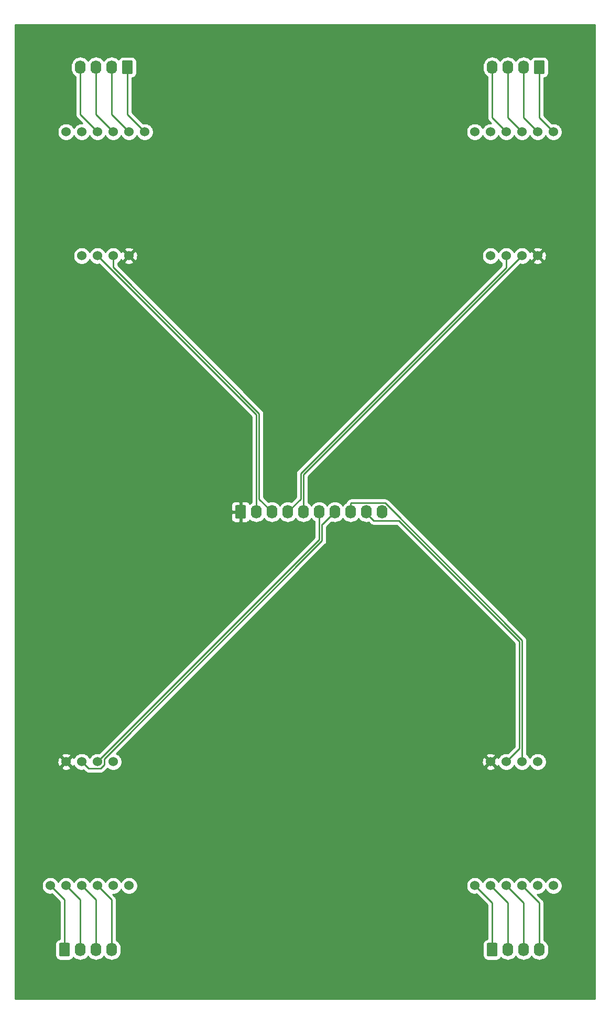
<source format=gbr>
G04 #@! TF.GenerationSoftware,KiCad,Pcbnew,(5.1.5-0)*
G04 #@! TF.CreationDate,2020-03-21T21:07:46+01:00*
G04 #@! TF.ProjectId,load_cells_connector_board,6c6f6164-5f63-4656-9c6c-735f636f6e6e,v01*
G04 #@! TF.SameCoordinates,Original*
G04 #@! TF.FileFunction,Copper,L1,Top*
G04 #@! TF.FilePolarity,Positive*
%FSLAX46Y46*%
G04 Gerber Fmt 4.6, Leading zero omitted, Abs format (unit mm)*
G04 Created by KiCad (PCBNEW (5.1.5-0)) date 2020-03-21 21:07:46*
%MOMM*%
%LPD*%
G04 APERTURE LIST*
%ADD10C,0.100000*%
%ADD11O,1.740000X2.200000*%
%ADD12C,1.524000*%
%ADD13C,0.250000*%
%ADD14C,0.254000*%
G04 APERTURE END LIST*
G04 #@! TA.AperFunction,ComponentPad*
D10*
G36*
X129168505Y-108629204D02*
G01*
X129192773Y-108632804D01*
X129216572Y-108638765D01*
X129239671Y-108647030D01*
X129261850Y-108657520D01*
X129282893Y-108670132D01*
X129302599Y-108684747D01*
X129320777Y-108701223D01*
X129337253Y-108719401D01*
X129351868Y-108739107D01*
X129364480Y-108760150D01*
X129374970Y-108782329D01*
X129383235Y-108805428D01*
X129389196Y-108829227D01*
X129392796Y-108853495D01*
X129394000Y-108877999D01*
X129394000Y-110578001D01*
X129392796Y-110602505D01*
X129389196Y-110626773D01*
X129383235Y-110650572D01*
X129374970Y-110673671D01*
X129364480Y-110695850D01*
X129351868Y-110716893D01*
X129337253Y-110736599D01*
X129320777Y-110754777D01*
X129302599Y-110771253D01*
X129282893Y-110785868D01*
X129261850Y-110798480D01*
X129239671Y-110808970D01*
X129216572Y-110817235D01*
X129192773Y-110823196D01*
X129168505Y-110826796D01*
X129144001Y-110828000D01*
X127903999Y-110828000D01*
X127879495Y-110826796D01*
X127855227Y-110823196D01*
X127831428Y-110817235D01*
X127808329Y-110808970D01*
X127786150Y-110798480D01*
X127765107Y-110785868D01*
X127745401Y-110771253D01*
X127727223Y-110754777D01*
X127710747Y-110736599D01*
X127696132Y-110716893D01*
X127683520Y-110695850D01*
X127673030Y-110673671D01*
X127664765Y-110650572D01*
X127658804Y-110626773D01*
X127655204Y-110602505D01*
X127654000Y-110578001D01*
X127654000Y-108877999D01*
X127655204Y-108853495D01*
X127658804Y-108829227D01*
X127664765Y-108805428D01*
X127673030Y-108782329D01*
X127683520Y-108760150D01*
X127696132Y-108739107D01*
X127710747Y-108719401D01*
X127727223Y-108701223D01*
X127745401Y-108684747D01*
X127765107Y-108670132D01*
X127786150Y-108657520D01*
X127808329Y-108647030D01*
X127831428Y-108638765D01*
X127855227Y-108632804D01*
X127879495Y-108629204D01*
X127903999Y-108628000D01*
X129144001Y-108628000D01*
X129168505Y-108629204D01*
G37*
G04 #@! TD.AperFunction*
D11*
X131064000Y-109728000D03*
X133604000Y-109728000D03*
X136144000Y-109728000D03*
X138684000Y-109728000D03*
X141224000Y-109728000D03*
X143764000Y-109728000D03*
X146304000Y-109728000D03*
X148844000Y-109728000D03*
X151384000Y-109728000D03*
G04 #@! TA.AperFunction,ComponentPad*
D10*
G36*
X110880505Y-36901204D02*
G01*
X110904773Y-36904804D01*
X110928572Y-36910765D01*
X110951671Y-36919030D01*
X110973850Y-36929520D01*
X110994893Y-36942132D01*
X111014599Y-36956747D01*
X111032777Y-36973223D01*
X111049253Y-36991401D01*
X111063868Y-37011107D01*
X111076480Y-37032150D01*
X111086970Y-37054329D01*
X111095235Y-37077428D01*
X111101196Y-37101227D01*
X111104796Y-37125495D01*
X111106000Y-37149999D01*
X111106000Y-38850001D01*
X111104796Y-38874505D01*
X111101196Y-38898773D01*
X111095235Y-38922572D01*
X111086970Y-38945671D01*
X111076480Y-38967850D01*
X111063868Y-38988893D01*
X111049253Y-39008599D01*
X111032777Y-39026777D01*
X111014599Y-39043253D01*
X110994893Y-39057868D01*
X110973850Y-39070480D01*
X110951671Y-39080970D01*
X110928572Y-39089235D01*
X110904773Y-39095196D01*
X110880505Y-39098796D01*
X110856001Y-39100000D01*
X109615999Y-39100000D01*
X109591495Y-39098796D01*
X109567227Y-39095196D01*
X109543428Y-39089235D01*
X109520329Y-39080970D01*
X109498150Y-39070480D01*
X109477107Y-39057868D01*
X109457401Y-39043253D01*
X109439223Y-39026777D01*
X109422747Y-39008599D01*
X109408132Y-38988893D01*
X109395520Y-38967850D01*
X109385030Y-38945671D01*
X109376765Y-38922572D01*
X109370804Y-38898773D01*
X109367204Y-38874505D01*
X109366000Y-38850001D01*
X109366000Y-37149999D01*
X109367204Y-37125495D01*
X109370804Y-37101227D01*
X109376765Y-37077428D01*
X109385030Y-37054329D01*
X109395520Y-37032150D01*
X109408132Y-37011107D01*
X109422747Y-36991401D01*
X109439223Y-36973223D01*
X109457401Y-36956747D01*
X109477107Y-36942132D01*
X109498150Y-36929520D01*
X109520329Y-36919030D01*
X109543428Y-36910765D01*
X109567227Y-36904804D01*
X109591495Y-36901204D01*
X109615999Y-36900000D01*
X110856001Y-36900000D01*
X110880505Y-36901204D01*
G37*
G04 #@! TD.AperFunction*
D11*
X107696000Y-38000000D03*
X105156000Y-38000000D03*
X102616000Y-38000000D03*
X169164000Y-38000000D03*
X171704000Y-38000000D03*
X174244000Y-38000000D03*
G04 #@! TA.AperFunction,ComponentPad*
D10*
G36*
X177428505Y-36901204D02*
G01*
X177452773Y-36904804D01*
X177476572Y-36910765D01*
X177499671Y-36919030D01*
X177521850Y-36929520D01*
X177542893Y-36942132D01*
X177562599Y-36956747D01*
X177580777Y-36973223D01*
X177597253Y-36991401D01*
X177611868Y-37011107D01*
X177624480Y-37032150D01*
X177634970Y-37054329D01*
X177643235Y-37077428D01*
X177649196Y-37101227D01*
X177652796Y-37125495D01*
X177654000Y-37149999D01*
X177654000Y-38850001D01*
X177652796Y-38874505D01*
X177649196Y-38898773D01*
X177643235Y-38922572D01*
X177634970Y-38945671D01*
X177624480Y-38967850D01*
X177611868Y-38988893D01*
X177597253Y-39008599D01*
X177580777Y-39026777D01*
X177562599Y-39043253D01*
X177542893Y-39057868D01*
X177521850Y-39070480D01*
X177499671Y-39080970D01*
X177476572Y-39089235D01*
X177452773Y-39095196D01*
X177428505Y-39098796D01*
X177404001Y-39100000D01*
X176163999Y-39100000D01*
X176139495Y-39098796D01*
X176115227Y-39095196D01*
X176091428Y-39089235D01*
X176068329Y-39080970D01*
X176046150Y-39070480D01*
X176025107Y-39057868D01*
X176005401Y-39043253D01*
X175987223Y-39026777D01*
X175970747Y-39008599D01*
X175956132Y-38988893D01*
X175943520Y-38967850D01*
X175933030Y-38945671D01*
X175924765Y-38922572D01*
X175918804Y-38898773D01*
X175915204Y-38874505D01*
X175914000Y-38850001D01*
X175914000Y-37149999D01*
X175915204Y-37125495D01*
X175918804Y-37101227D01*
X175924765Y-37077428D01*
X175933030Y-37054329D01*
X175943520Y-37032150D01*
X175956132Y-37011107D01*
X175970747Y-36991401D01*
X175987223Y-36973223D01*
X176005401Y-36956747D01*
X176025107Y-36942132D01*
X176046150Y-36929520D01*
X176068329Y-36919030D01*
X176091428Y-36910765D01*
X176115227Y-36904804D01*
X176139495Y-36901204D01*
X176163999Y-36900000D01*
X177404001Y-36900000D01*
X177428505Y-36901204D01*
G37*
G04 #@! TD.AperFunction*
G04 #@! TA.AperFunction,ComponentPad*
G36*
X100720505Y-179241204D02*
G01*
X100744773Y-179244804D01*
X100768572Y-179250765D01*
X100791671Y-179259030D01*
X100813850Y-179269520D01*
X100834893Y-179282132D01*
X100854599Y-179296747D01*
X100872777Y-179313223D01*
X100889253Y-179331401D01*
X100903868Y-179351107D01*
X100916480Y-179372150D01*
X100926970Y-179394329D01*
X100935235Y-179417428D01*
X100941196Y-179441227D01*
X100944796Y-179465495D01*
X100946000Y-179489999D01*
X100946000Y-181190001D01*
X100944796Y-181214505D01*
X100941196Y-181238773D01*
X100935235Y-181262572D01*
X100926970Y-181285671D01*
X100916480Y-181307850D01*
X100903868Y-181328893D01*
X100889253Y-181348599D01*
X100872777Y-181366777D01*
X100854599Y-181383253D01*
X100834893Y-181397868D01*
X100813850Y-181410480D01*
X100791671Y-181420970D01*
X100768572Y-181429235D01*
X100744773Y-181435196D01*
X100720505Y-181438796D01*
X100696001Y-181440000D01*
X99455999Y-181440000D01*
X99431495Y-181438796D01*
X99407227Y-181435196D01*
X99383428Y-181429235D01*
X99360329Y-181420970D01*
X99338150Y-181410480D01*
X99317107Y-181397868D01*
X99297401Y-181383253D01*
X99279223Y-181366777D01*
X99262747Y-181348599D01*
X99248132Y-181328893D01*
X99235520Y-181307850D01*
X99225030Y-181285671D01*
X99216765Y-181262572D01*
X99210804Y-181238773D01*
X99207204Y-181214505D01*
X99206000Y-181190001D01*
X99206000Y-179489999D01*
X99207204Y-179465495D01*
X99210804Y-179441227D01*
X99216765Y-179417428D01*
X99225030Y-179394329D01*
X99235520Y-179372150D01*
X99248132Y-179351107D01*
X99262747Y-179331401D01*
X99279223Y-179313223D01*
X99297401Y-179296747D01*
X99317107Y-179282132D01*
X99338150Y-179269520D01*
X99360329Y-179259030D01*
X99383428Y-179250765D01*
X99407227Y-179244804D01*
X99431495Y-179241204D01*
X99455999Y-179240000D01*
X100696001Y-179240000D01*
X100720505Y-179241204D01*
G37*
G04 #@! TD.AperFunction*
D11*
X102616000Y-180340000D03*
X105156000Y-180340000D03*
X107696000Y-180340000D03*
X176784000Y-180340000D03*
X174244000Y-180340000D03*
X171704000Y-180340000D03*
G04 #@! TA.AperFunction,ComponentPad*
D10*
G36*
X169808505Y-179241204D02*
G01*
X169832773Y-179244804D01*
X169856572Y-179250765D01*
X169879671Y-179259030D01*
X169901850Y-179269520D01*
X169922893Y-179282132D01*
X169942599Y-179296747D01*
X169960777Y-179313223D01*
X169977253Y-179331401D01*
X169991868Y-179351107D01*
X170004480Y-179372150D01*
X170014970Y-179394329D01*
X170023235Y-179417428D01*
X170029196Y-179441227D01*
X170032796Y-179465495D01*
X170034000Y-179489999D01*
X170034000Y-181190001D01*
X170032796Y-181214505D01*
X170029196Y-181238773D01*
X170023235Y-181262572D01*
X170014970Y-181285671D01*
X170004480Y-181307850D01*
X169991868Y-181328893D01*
X169977253Y-181348599D01*
X169960777Y-181366777D01*
X169942599Y-181383253D01*
X169922893Y-181397868D01*
X169901850Y-181410480D01*
X169879671Y-181420970D01*
X169856572Y-181429235D01*
X169832773Y-181435196D01*
X169808505Y-181438796D01*
X169784001Y-181440000D01*
X168543999Y-181440000D01*
X168519495Y-181438796D01*
X168495227Y-181435196D01*
X168471428Y-181429235D01*
X168448329Y-181420970D01*
X168426150Y-181410480D01*
X168405107Y-181397868D01*
X168385401Y-181383253D01*
X168367223Y-181366777D01*
X168350747Y-181348599D01*
X168336132Y-181328893D01*
X168323520Y-181307850D01*
X168313030Y-181285671D01*
X168304765Y-181262572D01*
X168298804Y-181238773D01*
X168295204Y-181214505D01*
X168294000Y-181190001D01*
X168294000Y-179489999D01*
X168295204Y-179465495D01*
X168298804Y-179441227D01*
X168304765Y-179417428D01*
X168313030Y-179394329D01*
X168323520Y-179372150D01*
X168336132Y-179351107D01*
X168350747Y-179331401D01*
X168367223Y-179313223D01*
X168385401Y-179296747D01*
X168405107Y-179282132D01*
X168426150Y-179269520D01*
X168448329Y-179259030D01*
X168471428Y-179250765D01*
X168495227Y-179244804D01*
X168519495Y-179241204D01*
X168543999Y-179240000D01*
X169784001Y-179240000D01*
X169808505Y-179241204D01*
G37*
G04 #@! TD.AperFunction*
D12*
X113030000Y-48420000D03*
X110490000Y-48420000D03*
X107950000Y-48420000D03*
X105410000Y-48420000D03*
X102870000Y-48420000D03*
X100330000Y-48420000D03*
X102870000Y-68420000D03*
X105410000Y-68420000D03*
X107950000Y-68420000D03*
X110490000Y-68420000D03*
X176530000Y-68420000D03*
X173990000Y-68420000D03*
X171450000Y-68420000D03*
X168910000Y-68420000D03*
X166370000Y-48420000D03*
X168910000Y-48420000D03*
X171450000Y-48420000D03*
X173990000Y-48420000D03*
X176530000Y-48420000D03*
X179070000Y-48420000D03*
X97790000Y-170020000D03*
X100330000Y-170020000D03*
X102870000Y-170020000D03*
X105410000Y-170020000D03*
X107950000Y-170020000D03*
X110490000Y-170020000D03*
X107950000Y-150020000D03*
X105410000Y-150020000D03*
X102870000Y-150020000D03*
X100330000Y-150020000D03*
X168910000Y-150020000D03*
X171450000Y-150020000D03*
X173990000Y-150020000D03*
X176530000Y-150020000D03*
X179070000Y-170020000D03*
X176530000Y-170020000D03*
X173990000Y-170020000D03*
X171450000Y-170020000D03*
X168910000Y-170020000D03*
X166370000Y-170020000D03*
D13*
X131064000Y-94074000D02*
X105410000Y-68420000D01*
X131064000Y-109728000D02*
X131064000Y-94074000D01*
X133604000Y-109498000D02*
X133604000Y-109728000D01*
X107950000Y-70231000D02*
X107950000Y-68420000D01*
X131514009Y-93887599D02*
X108204000Y-70485000D01*
X131514010Y-107638010D02*
X131514009Y-93887599D01*
X108204000Y-70485000D02*
X107950000Y-70231000D01*
X133604000Y-109728000D02*
X131514010Y-107638010D01*
X171450000Y-70323590D02*
X171450000Y-68420000D01*
X138233990Y-107638010D02*
X138233991Y-103539599D01*
X138233991Y-103539599D02*
X171450000Y-70323590D01*
X136144000Y-109728000D02*
X138233990Y-107638010D01*
X138684000Y-103726000D02*
X173990000Y-68420000D01*
X138684000Y-109728000D02*
X138684000Y-103726000D01*
X141224000Y-114206000D02*
X105410000Y-150020000D01*
X141224000Y-109728000D02*
X141224000Y-114206000D01*
X106497001Y-150541761D02*
X105931761Y-151107001D01*
X141674010Y-114392400D02*
X106497001Y-149569409D01*
X103957001Y-151107001D02*
X102870000Y-150020000D01*
X105931761Y-151107001D02*
X103957001Y-151107001D01*
X141674010Y-113341990D02*
X141674010Y-114392400D01*
X141681200Y-113334800D02*
X141674010Y-113341990D01*
X141681200Y-111760000D02*
X141681200Y-113334800D01*
X141782800Y-111658400D02*
X141681200Y-111760000D01*
X106497001Y-149569409D02*
X106497001Y-150541761D01*
X141833600Y-111658400D02*
X141782800Y-111658400D01*
X143764000Y-109728000D02*
X141833600Y-111658400D01*
X146304000Y-108378000D02*
X146304000Y-109728000D01*
X146379010Y-108302990D02*
X146304000Y-108378000D01*
X151878989Y-108302990D02*
X146379010Y-108302990D01*
X173990000Y-130414001D02*
X151878989Y-108302990D01*
X173990000Y-150020000D02*
X173990000Y-130414001D01*
X150039010Y-111153010D02*
X148844000Y-109958000D01*
X173228000Y-130302000D02*
X154092599Y-111153010D01*
X148844000Y-109958000D02*
X148844000Y-109728000D01*
X154092599Y-111153010D02*
X150039010Y-111153010D01*
X173539990Y-130613990D02*
X173228000Y-130302000D01*
X173539990Y-147930010D02*
X173539990Y-130613990D01*
X171450000Y-150020000D02*
X173539990Y-147930010D01*
X110236000Y-45626000D02*
X113030000Y-48420000D01*
X110236000Y-38000000D02*
X110236000Y-45626000D01*
X107696000Y-45626000D02*
X110490000Y-48420000D01*
X107696000Y-38000000D02*
X107696000Y-45626000D01*
X105156000Y-45626000D02*
X107950000Y-48420000D01*
X105156000Y-38000000D02*
X105156000Y-45626000D01*
X102616000Y-45626000D02*
X105410000Y-48420000D01*
X102616000Y-38000000D02*
X102616000Y-45626000D01*
X169164000Y-46134000D02*
X171450000Y-48420000D01*
X169164000Y-38000000D02*
X169164000Y-46134000D01*
X171704000Y-46134000D02*
X173990000Y-48420000D01*
X171704000Y-38000000D02*
X171704000Y-46134000D01*
X174244000Y-46134000D02*
X176530000Y-48420000D01*
X174244000Y-38000000D02*
X174244000Y-46134000D01*
X176784000Y-46134000D02*
X179070000Y-48420000D01*
X176784000Y-38000000D02*
X176784000Y-46134000D01*
X100076000Y-180340000D02*
X100076000Y-172306000D01*
X100076000Y-172306000D02*
X97790000Y-170020000D01*
X102616000Y-172306000D02*
X100330000Y-170020000D01*
X102616000Y-180340000D02*
X102616000Y-172306000D01*
X105156000Y-180340000D02*
X105156000Y-172306000D01*
X105156000Y-172306000D02*
X102870000Y-170020000D01*
X107696000Y-172306000D02*
X105410000Y-170020000D01*
X107696000Y-180340000D02*
X107696000Y-172306000D01*
X176784000Y-172814000D02*
X173990000Y-170020000D01*
X176784000Y-180340000D02*
X176784000Y-172814000D01*
X174244000Y-172814000D02*
X171450000Y-170020000D01*
X174244000Y-180340000D02*
X174244000Y-172814000D01*
X171704000Y-180340000D02*
X171704000Y-172814000D01*
X171704000Y-172814000D02*
X168910000Y-170020000D01*
X169164000Y-172814000D02*
X166370000Y-170020000D01*
X169164000Y-180340000D02*
X169164000Y-172814000D01*
D14*
G36*
X185741000Y-188281000D02*
G01*
X92135000Y-188281000D01*
X92135000Y-169882408D01*
X96393000Y-169882408D01*
X96393000Y-170157592D01*
X96446686Y-170427490D01*
X96551995Y-170681727D01*
X96704880Y-170910535D01*
X96899465Y-171105120D01*
X97128273Y-171258005D01*
X97382510Y-171363314D01*
X97652408Y-171417000D01*
X97927592Y-171417000D01*
X98081570Y-171386372D01*
X99316001Y-172620803D01*
X99316000Y-178615717D01*
X99282745Y-178618992D01*
X99116149Y-178669528D01*
X98962613Y-178751595D01*
X98828038Y-178862038D01*
X98717595Y-178996613D01*
X98635528Y-179150149D01*
X98584992Y-179316745D01*
X98567928Y-179489999D01*
X98567928Y-181190001D01*
X98584992Y-181363255D01*
X98635528Y-181529851D01*
X98717595Y-181683387D01*
X98828038Y-181817962D01*
X98962613Y-181928405D01*
X99116149Y-182010472D01*
X99282745Y-182061008D01*
X99455999Y-182078072D01*
X100696001Y-182078072D01*
X100869255Y-182061008D01*
X101035851Y-182010472D01*
X101189387Y-181928405D01*
X101323962Y-181817962D01*
X101434405Y-181683387D01*
X101492934Y-181573886D01*
X101546655Y-181639345D01*
X101775822Y-181827417D01*
X102037276Y-181967166D01*
X102320969Y-182053224D01*
X102616000Y-182082282D01*
X102911032Y-182053224D01*
X103194725Y-181967166D01*
X103456179Y-181827417D01*
X103685345Y-181639345D01*
X103873417Y-181410179D01*
X103886000Y-181386638D01*
X103898583Y-181410179D01*
X104086655Y-181639345D01*
X104315822Y-181827417D01*
X104577276Y-181967166D01*
X104860969Y-182053224D01*
X105156000Y-182082282D01*
X105451032Y-182053224D01*
X105734725Y-181967166D01*
X105996179Y-181827417D01*
X106225345Y-181639345D01*
X106413417Y-181410179D01*
X106426000Y-181386638D01*
X106438583Y-181410179D01*
X106626655Y-181639345D01*
X106855822Y-181827417D01*
X107117276Y-181967166D01*
X107400969Y-182053224D01*
X107696000Y-182082282D01*
X107991032Y-182053224D01*
X108274725Y-181967166D01*
X108536179Y-181827417D01*
X108765345Y-181639345D01*
X108953417Y-181410179D01*
X109093166Y-181148724D01*
X109179224Y-180865031D01*
X109201000Y-180643935D01*
X109201000Y-180036064D01*
X109179224Y-179814968D01*
X109093166Y-179531275D01*
X108953417Y-179269821D01*
X108765345Y-179040655D01*
X108536178Y-178852583D01*
X108456000Y-178809727D01*
X108456000Y-172343322D01*
X108459676Y-172305999D01*
X108456000Y-172268676D01*
X108456000Y-172268667D01*
X108445003Y-172157014D01*
X108401546Y-172013753D01*
X108330974Y-171881724D01*
X108236001Y-171765999D01*
X108207003Y-171742201D01*
X107881802Y-171417000D01*
X108087592Y-171417000D01*
X108357490Y-171363314D01*
X108611727Y-171258005D01*
X108840535Y-171105120D01*
X109035120Y-170910535D01*
X109188005Y-170681727D01*
X109220000Y-170604485D01*
X109251995Y-170681727D01*
X109404880Y-170910535D01*
X109599465Y-171105120D01*
X109828273Y-171258005D01*
X110082510Y-171363314D01*
X110352408Y-171417000D01*
X110627592Y-171417000D01*
X110897490Y-171363314D01*
X111151727Y-171258005D01*
X111380535Y-171105120D01*
X111575120Y-170910535D01*
X111728005Y-170681727D01*
X111833314Y-170427490D01*
X111887000Y-170157592D01*
X111887000Y-169882408D01*
X164973000Y-169882408D01*
X164973000Y-170157592D01*
X165026686Y-170427490D01*
X165131995Y-170681727D01*
X165284880Y-170910535D01*
X165479465Y-171105120D01*
X165708273Y-171258005D01*
X165962510Y-171363314D01*
X166232408Y-171417000D01*
X166507592Y-171417000D01*
X166661571Y-171386372D01*
X168404001Y-173128803D01*
X168404000Y-178615717D01*
X168370745Y-178618992D01*
X168204149Y-178669528D01*
X168050613Y-178751595D01*
X167916038Y-178862038D01*
X167805595Y-178996613D01*
X167723528Y-179150149D01*
X167672992Y-179316745D01*
X167655928Y-179489999D01*
X167655928Y-181190001D01*
X167672992Y-181363255D01*
X167723528Y-181529851D01*
X167805595Y-181683387D01*
X167916038Y-181817962D01*
X168050613Y-181928405D01*
X168204149Y-182010472D01*
X168370745Y-182061008D01*
X168543999Y-182078072D01*
X169784001Y-182078072D01*
X169957255Y-182061008D01*
X170123851Y-182010472D01*
X170277387Y-181928405D01*
X170411962Y-181817962D01*
X170522405Y-181683387D01*
X170580934Y-181573886D01*
X170634655Y-181639345D01*
X170863822Y-181827417D01*
X171125276Y-181967166D01*
X171408969Y-182053224D01*
X171704000Y-182082282D01*
X171999032Y-182053224D01*
X172282725Y-181967166D01*
X172544179Y-181827417D01*
X172773345Y-181639345D01*
X172961417Y-181410179D01*
X172974000Y-181386638D01*
X172986583Y-181410179D01*
X173174655Y-181639345D01*
X173403822Y-181827417D01*
X173665276Y-181967166D01*
X173948969Y-182053224D01*
X174244000Y-182082282D01*
X174539032Y-182053224D01*
X174822725Y-181967166D01*
X175084179Y-181827417D01*
X175313345Y-181639345D01*
X175501417Y-181410179D01*
X175514000Y-181386638D01*
X175526583Y-181410179D01*
X175714655Y-181639345D01*
X175943822Y-181827417D01*
X176205276Y-181967166D01*
X176488969Y-182053224D01*
X176784000Y-182082282D01*
X177079032Y-182053224D01*
X177362725Y-181967166D01*
X177624179Y-181827417D01*
X177853345Y-181639345D01*
X178041417Y-181410179D01*
X178181166Y-181148724D01*
X178267224Y-180865031D01*
X178289000Y-180643935D01*
X178289000Y-180036064D01*
X178267224Y-179814968D01*
X178181166Y-179531275D01*
X178041417Y-179269821D01*
X177853345Y-179040655D01*
X177624178Y-178852583D01*
X177544000Y-178809727D01*
X177544000Y-172851325D01*
X177547676Y-172814000D01*
X177544000Y-172776675D01*
X177544000Y-172776667D01*
X177533003Y-172665014D01*
X177489546Y-172521753D01*
X177418974Y-172389724D01*
X177324001Y-172273999D01*
X177295003Y-172250201D01*
X176461802Y-171417000D01*
X176667592Y-171417000D01*
X176937490Y-171363314D01*
X177191727Y-171258005D01*
X177420535Y-171105120D01*
X177615120Y-170910535D01*
X177768005Y-170681727D01*
X177800000Y-170604485D01*
X177831995Y-170681727D01*
X177984880Y-170910535D01*
X178179465Y-171105120D01*
X178408273Y-171258005D01*
X178662510Y-171363314D01*
X178932408Y-171417000D01*
X179207592Y-171417000D01*
X179477490Y-171363314D01*
X179731727Y-171258005D01*
X179960535Y-171105120D01*
X180155120Y-170910535D01*
X180308005Y-170681727D01*
X180413314Y-170427490D01*
X180467000Y-170157592D01*
X180467000Y-169882408D01*
X180413314Y-169612510D01*
X180308005Y-169358273D01*
X180155120Y-169129465D01*
X179960535Y-168934880D01*
X179731727Y-168781995D01*
X179477490Y-168676686D01*
X179207592Y-168623000D01*
X178932408Y-168623000D01*
X178662510Y-168676686D01*
X178408273Y-168781995D01*
X178179465Y-168934880D01*
X177984880Y-169129465D01*
X177831995Y-169358273D01*
X177800000Y-169435515D01*
X177768005Y-169358273D01*
X177615120Y-169129465D01*
X177420535Y-168934880D01*
X177191727Y-168781995D01*
X176937490Y-168676686D01*
X176667592Y-168623000D01*
X176392408Y-168623000D01*
X176122510Y-168676686D01*
X175868273Y-168781995D01*
X175639465Y-168934880D01*
X175444880Y-169129465D01*
X175291995Y-169358273D01*
X175260000Y-169435515D01*
X175228005Y-169358273D01*
X175075120Y-169129465D01*
X174880535Y-168934880D01*
X174651727Y-168781995D01*
X174397490Y-168676686D01*
X174127592Y-168623000D01*
X173852408Y-168623000D01*
X173582510Y-168676686D01*
X173328273Y-168781995D01*
X173099465Y-168934880D01*
X172904880Y-169129465D01*
X172751995Y-169358273D01*
X172720000Y-169435515D01*
X172688005Y-169358273D01*
X172535120Y-169129465D01*
X172340535Y-168934880D01*
X172111727Y-168781995D01*
X171857490Y-168676686D01*
X171587592Y-168623000D01*
X171312408Y-168623000D01*
X171042510Y-168676686D01*
X170788273Y-168781995D01*
X170559465Y-168934880D01*
X170364880Y-169129465D01*
X170211995Y-169358273D01*
X170180000Y-169435515D01*
X170148005Y-169358273D01*
X169995120Y-169129465D01*
X169800535Y-168934880D01*
X169571727Y-168781995D01*
X169317490Y-168676686D01*
X169047592Y-168623000D01*
X168772408Y-168623000D01*
X168502510Y-168676686D01*
X168248273Y-168781995D01*
X168019465Y-168934880D01*
X167824880Y-169129465D01*
X167671995Y-169358273D01*
X167640000Y-169435515D01*
X167608005Y-169358273D01*
X167455120Y-169129465D01*
X167260535Y-168934880D01*
X167031727Y-168781995D01*
X166777490Y-168676686D01*
X166507592Y-168623000D01*
X166232408Y-168623000D01*
X165962510Y-168676686D01*
X165708273Y-168781995D01*
X165479465Y-168934880D01*
X165284880Y-169129465D01*
X165131995Y-169358273D01*
X165026686Y-169612510D01*
X164973000Y-169882408D01*
X111887000Y-169882408D01*
X111833314Y-169612510D01*
X111728005Y-169358273D01*
X111575120Y-169129465D01*
X111380535Y-168934880D01*
X111151727Y-168781995D01*
X110897490Y-168676686D01*
X110627592Y-168623000D01*
X110352408Y-168623000D01*
X110082510Y-168676686D01*
X109828273Y-168781995D01*
X109599465Y-168934880D01*
X109404880Y-169129465D01*
X109251995Y-169358273D01*
X109220000Y-169435515D01*
X109188005Y-169358273D01*
X109035120Y-169129465D01*
X108840535Y-168934880D01*
X108611727Y-168781995D01*
X108357490Y-168676686D01*
X108087592Y-168623000D01*
X107812408Y-168623000D01*
X107542510Y-168676686D01*
X107288273Y-168781995D01*
X107059465Y-168934880D01*
X106864880Y-169129465D01*
X106711995Y-169358273D01*
X106680000Y-169435515D01*
X106648005Y-169358273D01*
X106495120Y-169129465D01*
X106300535Y-168934880D01*
X106071727Y-168781995D01*
X105817490Y-168676686D01*
X105547592Y-168623000D01*
X105272408Y-168623000D01*
X105002510Y-168676686D01*
X104748273Y-168781995D01*
X104519465Y-168934880D01*
X104324880Y-169129465D01*
X104171995Y-169358273D01*
X104140000Y-169435515D01*
X104108005Y-169358273D01*
X103955120Y-169129465D01*
X103760535Y-168934880D01*
X103531727Y-168781995D01*
X103277490Y-168676686D01*
X103007592Y-168623000D01*
X102732408Y-168623000D01*
X102462510Y-168676686D01*
X102208273Y-168781995D01*
X101979465Y-168934880D01*
X101784880Y-169129465D01*
X101631995Y-169358273D01*
X101600000Y-169435515D01*
X101568005Y-169358273D01*
X101415120Y-169129465D01*
X101220535Y-168934880D01*
X100991727Y-168781995D01*
X100737490Y-168676686D01*
X100467592Y-168623000D01*
X100192408Y-168623000D01*
X99922510Y-168676686D01*
X99668273Y-168781995D01*
X99439465Y-168934880D01*
X99244880Y-169129465D01*
X99091995Y-169358273D01*
X99060000Y-169435515D01*
X99028005Y-169358273D01*
X98875120Y-169129465D01*
X98680535Y-168934880D01*
X98451727Y-168781995D01*
X98197490Y-168676686D01*
X97927592Y-168623000D01*
X97652408Y-168623000D01*
X97382510Y-168676686D01*
X97128273Y-168781995D01*
X96899465Y-168934880D01*
X96704880Y-169129465D01*
X96551995Y-169358273D01*
X96446686Y-169612510D01*
X96393000Y-169882408D01*
X92135000Y-169882408D01*
X92135000Y-150985565D01*
X99544040Y-150985565D01*
X99611020Y-151225656D01*
X99860048Y-151342756D01*
X100127135Y-151409023D01*
X100402017Y-151421910D01*
X100674133Y-151380922D01*
X100933023Y-151287636D01*
X101048980Y-151225656D01*
X101115960Y-150985565D01*
X100330000Y-150199605D01*
X99544040Y-150985565D01*
X92135000Y-150985565D01*
X92135000Y-150092017D01*
X98928090Y-150092017D01*
X98969078Y-150364133D01*
X99062364Y-150623023D01*
X99124344Y-150738980D01*
X99364435Y-150805960D01*
X100150395Y-150020000D01*
X100509605Y-150020000D01*
X101295565Y-150805960D01*
X101535656Y-150738980D01*
X101599485Y-150603240D01*
X101631995Y-150681727D01*
X101784880Y-150910535D01*
X101979465Y-151105120D01*
X102208273Y-151258005D01*
X102462510Y-151363314D01*
X102732408Y-151417000D01*
X103007592Y-151417000D01*
X103161570Y-151386372D01*
X103393202Y-151618004D01*
X103417000Y-151647002D01*
X103445998Y-151670800D01*
X103532725Y-151741975D01*
X103664754Y-151812547D01*
X103808015Y-151856004D01*
X103957001Y-151870678D01*
X103994334Y-151867001D01*
X105894439Y-151867001D01*
X105931761Y-151870677D01*
X105969083Y-151867001D01*
X105969094Y-151867001D01*
X106080747Y-151856004D01*
X106224008Y-151812547D01*
X106356037Y-151741975D01*
X106471762Y-151647002D01*
X106495564Y-151617999D01*
X107008003Y-151105561D01*
X107036510Y-151082165D01*
X107059465Y-151105120D01*
X107288273Y-151258005D01*
X107542510Y-151363314D01*
X107812408Y-151417000D01*
X108087592Y-151417000D01*
X108357490Y-151363314D01*
X108611727Y-151258005D01*
X108840535Y-151105120D01*
X108960090Y-150985565D01*
X168124040Y-150985565D01*
X168191020Y-151225656D01*
X168440048Y-151342756D01*
X168707135Y-151409023D01*
X168982017Y-151421910D01*
X169254133Y-151380922D01*
X169513023Y-151287636D01*
X169628980Y-151225656D01*
X169695960Y-150985565D01*
X168910000Y-150199605D01*
X168124040Y-150985565D01*
X108960090Y-150985565D01*
X109035120Y-150910535D01*
X109188005Y-150681727D01*
X109293314Y-150427490D01*
X109347000Y-150157592D01*
X109347000Y-150092017D01*
X167508090Y-150092017D01*
X167549078Y-150364133D01*
X167642364Y-150623023D01*
X167704344Y-150738980D01*
X167944435Y-150805960D01*
X168730395Y-150020000D01*
X167944435Y-149234040D01*
X167704344Y-149301020D01*
X167587244Y-149550048D01*
X167520977Y-149817135D01*
X167508090Y-150092017D01*
X109347000Y-150092017D01*
X109347000Y-149882408D01*
X109293314Y-149612510D01*
X109188005Y-149358273D01*
X109035120Y-149129465D01*
X108960090Y-149054435D01*
X168124040Y-149054435D01*
X168910000Y-149840395D01*
X169695960Y-149054435D01*
X169628980Y-148814344D01*
X169379952Y-148697244D01*
X169112865Y-148630977D01*
X168837983Y-148618090D01*
X168565867Y-148659078D01*
X168306977Y-148752364D01*
X168191020Y-148814344D01*
X168124040Y-149054435D01*
X108960090Y-149054435D01*
X108840535Y-148934880D01*
X108611727Y-148781995D01*
X108433175Y-148708036D01*
X142185013Y-114956199D01*
X142214011Y-114932401D01*
X142308984Y-114816676D01*
X142379556Y-114684647D01*
X142423013Y-114541386D01*
X142434010Y-114429733D01*
X142434010Y-114429724D01*
X142437686Y-114392401D01*
X142434010Y-114355078D01*
X142434010Y-113445133D01*
X142441200Y-113372133D01*
X142441200Y-113372123D01*
X142444876Y-113334801D01*
X142441200Y-113297478D01*
X142441200Y-112125601D01*
X143205500Y-111361301D01*
X143468969Y-111441224D01*
X143764000Y-111470282D01*
X144059032Y-111441224D01*
X144342725Y-111355166D01*
X144604179Y-111215417D01*
X144833345Y-111027345D01*
X145021417Y-110798179D01*
X145034000Y-110774638D01*
X145046583Y-110798179D01*
X145234655Y-111027345D01*
X145463822Y-111215417D01*
X145725276Y-111355166D01*
X146008969Y-111441224D01*
X146304000Y-111470282D01*
X146599032Y-111441224D01*
X146882725Y-111355166D01*
X147144179Y-111215417D01*
X147373345Y-111027345D01*
X147561417Y-110798179D01*
X147574000Y-110774638D01*
X147586583Y-110798179D01*
X147774655Y-111027345D01*
X148003822Y-111215417D01*
X148265276Y-111355166D01*
X148548969Y-111441224D01*
X148844000Y-111470282D01*
X149139032Y-111441224D01*
X149226031Y-111414833D01*
X149475211Y-111664013D01*
X149499009Y-111693011D01*
X149614734Y-111787984D01*
X149746763Y-111858556D01*
X149890024Y-111902013D01*
X150001677Y-111913010D01*
X150001686Y-111913010D01*
X150039009Y-111916686D01*
X150076332Y-111913010D01*
X153777640Y-111913010D01*
X172664121Y-130812905D01*
X172664201Y-130813002D01*
X172688732Y-130837533D01*
X172716797Y-130865618D01*
X172716908Y-130865709D01*
X172779991Y-130928792D01*
X172779990Y-147615208D01*
X171741570Y-148653628D01*
X171587592Y-148623000D01*
X171312408Y-148623000D01*
X171042510Y-148676686D01*
X170788273Y-148781995D01*
X170559465Y-148934880D01*
X170364880Y-149129465D01*
X170211995Y-149358273D01*
X170182308Y-149429943D01*
X170177636Y-149416977D01*
X170115656Y-149301020D01*
X169875565Y-149234040D01*
X169089605Y-150020000D01*
X169875565Y-150805960D01*
X170115656Y-150738980D01*
X170179485Y-150603240D01*
X170211995Y-150681727D01*
X170364880Y-150910535D01*
X170559465Y-151105120D01*
X170788273Y-151258005D01*
X171042510Y-151363314D01*
X171312408Y-151417000D01*
X171587592Y-151417000D01*
X171857490Y-151363314D01*
X172111727Y-151258005D01*
X172340535Y-151105120D01*
X172535120Y-150910535D01*
X172688005Y-150681727D01*
X172720000Y-150604485D01*
X172751995Y-150681727D01*
X172904880Y-150910535D01*
X173099465Y-151105120D01*
X173328273Y-151258005D01*
X173582510Y-151363314D01*
X173852408Y-151417000D01*
X174127592Y-151417000D01*
X174397490Y-151363314D01*
X174651727Y-151258005D01*
X174880535Y-151105120D01*
X175075120Y-150910535D01*
X175228005Y-150681727D01*
X175260000Y-150604485D01*
X175291995Y-150681727D01*
X175444880Y-150910535D01*
X175639465Y-151105120D01*
X175868273Y-151258005D01*
X176122510Y-151363314D01*
X176392408Y-151417000D01*
X176667592Y-151417000D01*
X176937490Y-151363314D01*
X177191727Y-151258005D01*
X177420535Y-151105120D01*
X177615120Y-150910535D01*
X177768005Y-150681727D01*
X177873314Y-150427490D01*
X177927000Y-150157592D01*
X177927000Y-149882408D01*
X177873314Y-149612510D01*
X177768005Y-149358273D01*
X177615120Y-149129465D01*
X177420535Y-148934880D01*
X177191727Y-148781995D01*
X176937490Y-148676686D01*
X176667592Y-148623000D01*
X176392408Y-148623000D01*
X176122510Y-148676686D01*
X175868273Y-148781995D01*
X175639465Y-148934880D01*
X175444880Y-149129465D01*
X175291995Y-149358273D01*
X175260000Y-149435515D01*
X175228005Y-149358273D01*
X175075120Y-149129465D01*
X174880535Y-148934880D01*
X174750000Y-148847659D01*
X174750000Y-130451326D01*
X174753676Y-130414001D01*
X174750000Y-130376676D01*
X174750000Y-130376668D01*
X174739003Y-130265015D01*
X174695546Y-130121754D01*
X174624974Y-129989725D01*
X174530001Y-129874000D01*
X174501003Y-129850202D01*
X152442793Y-107791993D01*
X152418990Y-107762989D01*
X152303265Y-107668016D01*
X152171236Y-107597444D01*
X152027975Y-107553987D01*
X151916322Y-107542990D01*
X151916311Y-107542990D01*
X151878989Y-107539314D01*
X151841667Y-107542990D01*
X146416332Y-107542990D01*
X146379009Y-107539314D01*
X146341687Y-107542990D01*
X146341677Y-107542990D01*
X146230024Y-107553987D01*
X146086763Y-107597444D01*
X145954734Y-107668016D01*
X145839009Y-107762989D01*
X145815206Y-107791993D01*
X145793003Y-107814196D01*
X145763999Y-107837999D01*
X145730585Y-107878715D01*
X145669026Y-107953724D01*
X145598455Y-108085753D01*
X145598454Y-108085754D01*
X145568453Y-108184657D01*
X145463821Y-108240583D01*
X145234655Y-108428655D01*
X145046583Y-108657822D01*
X145034000Y-108681363D01*
X145021417Y-108657821D01*
X144833345Y-108428655D01*
X144604178Y-108240583D01*
X144342724Y-108100834D01*
X144059031Y-108014776D01*
X143764000Y-107985718D01*
X143468968Y-108014776D01*
X143185275Y-108100834D01*
X142923821Y-108240583D01*
X142694655Y-108428655D01*
X142506583Y-108657822D01*
X142494000Y-108681363D01*
X142481417Y-108657821D01*
X142293345Y-108428655D01*
X142064178Y-108240583D01*
X141802724Y-108100834D01*
X141519031Y-108014776D01*
X141224000Y-107985718D01*
X140928968Y-108014776D01*
X140645275Y-108100834D01*
X140383821Y-108240583D01*
X140154655Y-108428655D01*
X139966583Y-108657822D01*
X139954000Y-108681363D01*
X139941417Y-108657821D01*
X139753345Y-108428655D01*
X139524178Y-108240583D01*
X139444000Y-108197727D01*
X139444000Y-104040801D01*
X173698430Y-69786372D01*
X173852408Y-69817000D01*
X174127592Y-69817000D01*
X174397490Y-69763314D01*
X174651727Y-69658005D01*
X174880535Y-69505120D01*
X175000090Y-69385565D01*
X175744040Y-69385565D01*
X175811020Y-69625656D01*
X176060048Y-69742756D01*
X176327135Y-69809023D01*
X176602017Y-69821910D01*
X176874133Y-69780922D01*
X177133023Y-69687636D01*
X177248980Y-69625656D01*
X177315960Y-69385565D01*
X176530000Y-68599605D01*
X175744040Y-69385565D01*
X175000090Y-69385565D01*
X175075120Y-69310535D01*
X175228005Y-69081727D01*
X175257692Y-69010057D01*
X175262364Y-69023023D01*
X175324344Y-69138980D01*
X175564435Y-69205960D01*
X176350395Y-68420000D01*
X176709605Y-68420000D01*
X177495565Y-69205960D01*
X177735656Y-69138980D01*
X177852756Y-68889952D01*
X177919023Y-68622865D01*
X177931910Y-68347983D01*
X177890922Y-68075867D01*
X177797636Y-67816977D01*
X177735656Y-67701020D01*
X177495565Y-67634040D01*
X176709605Y-68420000D01*
X176350395Y-68420000D01*
X175564435Y-67634040D01*
X175324344Y-67701020D01*
X175260515Y-67836760D01*
X175228005Y-67758273D01*
X175075120Y-67529465D01*
X175000090Y-67454435D01*
X175744040Y-67454435D01*
X176530000Y-68240395D01*
X177315960Y-67454435D01*
X177248980Y-67214344D01*
X176999952Y-67097244D01*
X176732865Y-67030977D01*
X176457983Y-67018090D01*
X176185867Y-67059078D01*
X175926977Y-67152364D01*
X175811020Y-67214344D01*
X175744040Y-67454435D01*
X175000090Y-67454435D01*
X174880535Y-67334880D01*
X174651727Y-67181995D01*
X174397490Y-67076686D01*
X174127592Y-67023000D01*
X173852408Y-67023000D01*
X173582510Y-67076686D01*
X173328273Y-67181995D01*
X173099465Y-67334880D01*
X172904880Y-67529465D01*
X172751995Y-67758273D01*
X172720000Y-67835515D01*
X172688005Y-67758273D01*
X172535120Y-67529465D01*
X172340535Y-67334880D01*
X172111727Y-67181995D01*
X171857490Y-67076686D01*
X171587592Y-67023000D01*
X171312408Y-67023000D01*
X171042510Y-67076686D01*
X170788273Y-67181995D01*
X170559465Y-67334880D01*
X170364880Y-67529465D01*
X170211995Y-67758273D01*
X170180000Y-67835515D01*
X170148005Y-67758273D01*
X169995120Y-67529465D01*
X169800535Y-67334880D01*
X169571727Y-67181995D01*
X169317490Y-67076686D01*
X169047592Y-67023000D01*
X168772408Y-67023000D01*
X168502510Y-67076686D01*
X168248273Y-67181995D01*
X168019465Y-67334880D01*
X167824880Y-67529465D01*
X167671995Y-67758273D01*
X167566686Y-68012510D01*
X167513000Y-68282408D01*
X167513000Y-68557592D01*
X167566686Y-68827490D01*
X167671995Y-69081727D01*
X167824880Y-69310535D01*
X168019465Y-69505120D01*
X168248273Y-69658005D01*
X168502510Y-69763314D01*
X168772408Y-69817000D01*
X169047592Y-69817000D01*
X169317490Y-69763314D01*
X169571727Y-69658005D01*
X169800535Y-69505120D01*
X169995120Y-69310535D01*
X170148005Y-69081727D01*
X170180000Y-69004485D01*
X170211995Y-69081727D01*
X170364880Y-69310535D01*
X170559465Y-69505120D01*
X170690000Y-69592341D01*
X170690000Y-70008787D01*
X137722989Y-102975800D01*
X137693991Y-102999598D01*
X137670193Y-103028596D01*
X137670192Y-103028597D01*
X137599017Y-103115323D01*
X137528445Y-103247353D01*
X137484989Y-103390614D01*
X137470315Y-103539599D01*
X137473992Y-103576931D01*
X137473990Y-107323208D01*
X136702500Y-108094699D01*
X136439031Y-108014776D01*
X136144000Y-107985718D01*
X135848968Y-108014776D01*
X135565275Y-108100834D01*
X135303821Y-108240583D01*
X135074655Y-108428655D01*
X134886583Y-108657822D01*
X134874000Y-108681363D01*
X134861417Y-108657821D01*
X134673345Y-108428655D01*
X134444178Y-108240583D01*
X134182724Y-108100834D01*
X133899031Y-108014776D01*
X133604000Y-107985718D01*
X133308968Y-108014776D01*
X133045500Y-108094699D01*
X132274010Y-107323209D01*
X132274008Y-93925692D01*
X132277684Y-93889112D01*
X132274008Y-93851016D01*
X132274008Y-93850266D01*
X132270439Y-93814028D01*
X132263305Y-93740098D01*
X132263085Y-93739369D01*
X132263011Y-93738613D01*
X132241592Y-93668001D01*
X132220133Y-93596751D01*
X132219773Y-93596075D01*
X132219554Y-93595352D01*
X132184794Y-93530322D01*
X132149822Y-93464582D01*
X132149339Y-93463991D01*
X132148982Y-93463323D01*
X132102296Y-93406436D01*
X132078820Y-93377714D01*
X132078278Y-93377170D01*
X132054009Y-93347598D01*
X132025604Y-93324287D01*
X108768276Y-69974579D01*
X108767799Y-69973998D01*
X108742050Y-69948249D01*
X108716119Y-69922215D01*
X108715534Y-69921733D01*
X108710000Y-69916199D01*
X108710000Y-69592341D01*
X108840535Y-69505120D01*
X108960090Y-69385565D01*
X109704040Y-69385565D01*
X109771020Y-69625656D01*
X110020048Y-69742756D01*
X110287135Y-69809023D01*
X110562017Y-69821910D01*
X110834133Y-69780922D01*
X111093023Y-69687636D01*
X111208980Y-69625656D01*
X111275960Y-69385565D01*
X110490000Y-68599605D01*
X109704040Y-69385565D01*
X108960090Y-69385565D01*
X109035120Y-69310535D01*
X109188005Y-69081727D01*
X109217692Y-69010057D01*
X109222364Y-69023023D01*
X109284344Y-69138980D01*
X109524435Y-69205960D01*
X110310395Y-68420000D01*
X110669605Y-68420000D01*
X111455565Y-69205960D01*
X111695656Y-69138980D01*
X111812756Y-68889952D01*
X111879023Y-68622865D01*
X111891910Y-68347983D01*
X111850922Y-68075867D01*
X111757636Y-67816977D01*
X111695656Y-67701020D01*
X111455565Y-67634040D01*
X110669605Y-68420000D01*
X110310395Y-68420000D01*
X109524435Y-67634040D01*
X109284344Y-67701020D01*
X109220515Y-67836760D01*
X109188005Y-67758273D01*
X109035120Y-67529465D01*
X108960090Y-67454435D01*
X109704040Y-67454435D01*
X110490000Y-68240395D01*
X111275960Y-67454435D01*
X111208980Y-67214344D01*
X110959952Y-67097244D01*
X110692865Y-67030977D01*
X110417983Y-67018090D01*
X110145867Y-67059078D01*
X109886977Y-67152364D01*
X109771020Y-67214344D01*
X109704040Y-67454435D01*
X108960090Y-67454435D01*
X108840535Y-67334880D01*
X108611727Y-67181995D01*
X108357490Y-67076686D01*
X108087592Y-67023000D01*
X107812408Y-67023000D01*
X107542510Y-67076686D01*
X107288273Y-67181995D01*
X107059465Y-67334880D01*
X106864880Y-67529465D01*
X106711995Y-67758273D01*
X106680000Y-67835515D01*
X106648005Y-67758273D01*
X106495120Y-67529465D01*
X106300535Y-67334880D01*
X106071727Y-67181995D01*
X105817490Y-67076686D01*
X105547592Y-67023000D01*
X105272408Y-67023000D01*
X105002510Y-67076686D01*
X104748273Y-67181995D01*
X104519465Y-67334880D01*
X104324880Y-67529465D01*
X104171995Y-67758273D01*
X104140000Y-67835515D01*
X104108005Y-67758273D01*
X103955120Y-67529465D01*
X103760535Y-67334880D01*
X103531727Y-67181995D01*
X103277490Y-67076686D01*
X103007592Y-67023000D01*
X102732408Y-67023000D01*
X102462510Y-67076686D01*
X102208273Y-67181995D01*
X101979465Y-67334880D01*
X101784880Y-67529465D01*
X101631995Y-67758273D01*
X101526686Y-68012510D01*
X101473000Y-68282408D01*
X101473000Y-68557592D01*
X101526686Y-68827490D01*
X101631995Y-69081727D01*
X101784880Y-69310535D01*
X101979465Y-69505120D01*
X102208273Y-69658005D01*
X102462510Y-69763314D01*
X102732408Y-69817000D01*
X103007592Y-69817000D01*
X103277490Y-69763314D01*
X103531727Y-69658005D01*
X103760535Y-69505120D01*
X103955120Y-69310535D01*
X104108005Y-69081727D01*
X104140000Y-69004485D01*
X104171995Y-69081727D01*
X104324880Y-69310535D01*
X104519465Y-69505120D01*
X104748273Y-69658005D01*
X105002510Y-69763314D01*
X105272408Y-69817000D01*
X105547592Y-69817000D01*
X105701571Y-69786372D01*
X130304001Y-94388803D01*
X130304000Y-108197727D01*
X130223821Y-108240583D01*
X129996615Y-108427047D01*
X129983502Y-108383820D01*
X129924537Y-108273506D01*
X129845185Y-108176815D01*
X129748494Y-108097463D01*
X129638180Y-108038498D01*
X129518482Y-108002188D01*
X129394000Y-107989928D01*
X128809750Y-107993000D01*
X128651000Y-108151750D01*
X128651000Y-109601000D01*
X128671000Y-109601000D01*
X128671000Y-109855000D01*
X128651000Y-109855000D01*
X128651000Y-111304250D01*
X128809750Y-111463000D01*
X129394000Y-111466072D01*
X129518482Y-111453812D01*
X129638180Y-111417502D01*
X129748494Y-111358537D01*
X129845185Y-111279185D01*
X129924537Y-111182494D01*
X129983502Y-111072180D01*
X129996615Y-111028953D01*
X130223822Y-111215417D01*
X130485276Y-111355166D01*
X130768969Y-111441224D01*
X131064000Y-111470282D01*
X131359032Y-111441224D01*
X131642725Y-111355166D01*
X131904179Y-111215417D01*
X132133345Y-111027345D01*
X132321417Y-110798179D01*
X132334000Y-110774638D01*
X132346583Y-110798179D01*
X132534655Y-111027345D01*
X132763822Y-111215417D01*
X133025276Y-111355166D01*
X133308969Y-111441224D01*
X133604000Y-111470282D01*
X133899032Y-111441224D01*
X134182725Y-111355166D01*
X134444179Y-111215417D01*
X134673345Y-111027345D01*
X134861417Y-110798179D01*
X134874000Y-110774638D01*
X134886583Y-110798179D01*
X135074655Y-111027345D01*
X135303822Y-111215417D01*
X135565276Y-111355166D01*
X135848969Y-111441224D01*
X136144000Y-111470282D01*
X136439032Y-111441224D01*
X136722725Y-111355166D01*
X136984179Y-111215417D01*
X137213345Y-111027345D01*
X137401417Y-110798179D01*
X137414000Y-110774638D01*
X137426583Y-110798179D01*
X137614655Y-111027345D01*
X137843822Y-111215417D01*
X138105276Y-111355166D01*
X138388969Y-111441224D01*
X138684000Y-111470282D01*
X138979032Y-111441224D01*
X139262725Y-111355166D01*
X139524179Y-111215417D01*
X139753345Y-111027345D01*
X139941417Y-110798179D01*
X139954000Y-110774638D01*
X139966583Y-110798179D01*
X140154655Y-111027345D01*
X140383822Y-111215417D01*
X140464000Y-111258273D01*
X140464001Y-113891197D01*
X105701571Y-148653628D01*
X105547592Y-148623000D01*
X105272408Y-148623000D01*
X105002510Y-148676686D01*
X104748273Y-148781995D01*
X104519465Y-148934880D01*
X104324880Y-149129465D01*
X104171995Y-149358273D01*
X104140000Y-149435515D01*
X104108005Y-149358273D01*
X103955120Y-149129465D01*
X103760535Y-148934880D01*
X103531727Y-148781995D01*
X103277490Y-148676686D01*
X103007592Y-148623000D01*
X102732408Y-148623000D01*
X102462510Y-148676686D01*
X102208273Y-148781995D01*
X101979465Y-148934880D01*
X101784880Y-149129465D01*
X101631995Y-149358273D01*
X101602308Y-149429943D01*
X101597636Y-149416977D01*
X101535656Y-149301020D01*
X101295565Y-149234040D01*
X100509605Y-150020000D01*
X100150395Y-150020000D01*
X99364435Y-149234040D01*
X99124344Y-149301020D01*
X99007244Y-149550048D01*
X98940977Y-149817135D01*
X98928090Y-150092017D01*
X92135000Y-150092017D01*
X92135000Y-149054435D01*
X99544040Y-149054435D01*
X100330000Y-149840395D01*
X101115960Y-149054435D01*
X101048980Y-148814344D01*
X100799952Y-148697244D01*
X100532865Y-148630977D01*
X100257983Y-148618090D01*
X99985867Y-148659078D01*
X99726977Y-148752364D01*
X99611020Y-148814344D01*
X99544040Y-149054435D01*
X92135000Y-149054435D01*
X92135000Y-110828000D01*
X127015928Y-110828000D01*
X127028188Y-110952482D01*
X127064498Y-111072180D01*
X127123463Y-111182494D01*
X127202815Y-111279185D01*
X127299506Y-111358537D01*
X127409820Y-111417502D01*
X127529518Y-111453812D01*
X127654000Y-111466072D01*
X128238250Y-111463000D01*
X128397000Y-111304250D01*
X128397000Y-109855000D01*
X127177750Y-109855000D01*
X127019000Y-110013750D01*
X127015928Y-110828000D01*
X92135000Y-110828000D01*
X92135000Y-108628000D01*
X127015928Y-108628000D01*
X127019000Y-109442250D01*
X127177750Y-109601000D01*
X128397000Y-109601000D01*
X128397000Y-108151750D01*
X128238250Y-107993000D01*
X127654000Y-107989928D01*
X127529518Y-108002188D01*
X127409820Y-108038498D01*
X127299506Y-108097463D01*
X127202815Y-108176815D01*
X127123463Y-108273506D01*
X127064498Y-108383820D01*
X127028188Y-108503518D01*
X127015928Y-108628000D01*
X92135000Y-108628000D01*
X92135000Y-48282408D01*
X98933000Y-48282408D01*
X98933000Y-48557592D01*
X98986686Y-48827490D01*
X99091995Y-49081727D01*
X99244880Y-49310535D01*
X99439465Y-49505120D01*
X99668273Y-49658005D01*
X99922510Y-49763314D01*
X100192408Y-49817000D01*
X100467592Y-49817000D01*
X100737490Y-49763314D01*
X100991727Y-49658005D01*
X101220535Y-49505120D01*
X101415120Y-49310535D01*
X101568005Y-49081727D01*
X101600000Y-49004485D01*
X101631995Y-49081727D01*
X101784880Y-49310535D01*
X101979465Y-49505120D01*
X102208273Y-49658005D01*
X102462510Y-49763314D01*
X102732408Y-49817000D01*
X103007592Y-49817000D01*
X103277490Y-49763314D01*
X103531727Y-49658005D01*
X103760535Y-49505120D01*
X103955120Y-49310535D01*
X104108005Y-49081727D01*
X104140000Y-49004485D01*
X104171995Y-49081727D01*
X104324880Y-49310535D01*
X104519465Y-49505120D01*
X104748273Y-49658005D01*
X105002510Y-49763314D01*
X105272408Y-49817000D01*
X105547592Y-49817000D01*
X105817490Y-49763314D01*
X106071727Y-49658005D01*
X106300535Y-49505120D01*
X106495120Y-49310535D01*
X106648005Y-49081727D01*
X106680000Y-49004485D01*
X106711995Y-49081727D01*
X106864880Y-49310535D01*
X107059465Y-49505120D01*
X107288273Y-49658005D01*
X107542510Y-49763314D01*
X107812408Y-49817000D01*
X108087592Y-49817000D01*
X108357490Y-49763314D01*
X108611727Y-49658005D01*
X108840535Y-49505120D01*
X109035120Y-49310535D01*
X109188005Y-49081727D01*
X109220000Y-49004485D01*
X109251995Y-49081727D01*
X109404880Y-49310535D01*
X109599465Y-49505120D01*
X109828273Y-49658005D01*
X110082510Y-49763314D01*
X110352408Y-49817000D01*
X110627592Y-49817000D01*
X110897490Y-49763314D01*
X111151727Y-49658005D01*
X111380535Y-49505120D01*
X111575120Y-49310535D01*
X111728005Y-49081727D01*
X111760000Y-49004485D01*
X111791995Y-49081727D01*
X111944880Y-49310535D01*
X112139465Y-49505120D01*
X112368273Y-49658005D01*
X112622510Y-49763314D01*
X112892408Y-49817000D01*
X113167592Y-49817000D01*
X113437490Y-49763314D01*
X113691727Y-49658005D01*
X113920535Y-49505120D01*
X114115120Y-49310535D01*
X114268005Y-49081727D01*
X114373314Y-48827490D01*
X114427000Y-48557592D01*
X114427000Y-48282408D01*
X164973000Y-48282408D01*
X164973000Y-48557592D01*
X165026686Y-48827490D01*
X165131995Y-49081727D01*
X165284880Y-49310535D01*
X165479465Y-49505120D01*
X165708273Y-49658005D01*
X165962510Y-49763314D01*
X166232408Y-49817000D01*
X166507592Y-49817000D01*
X166777490Y-49763314D01*
X167031727Y-49658005D01*
X167260535Y-49505120D01*
X167455120Y-49310535D01*
X167608005Y-49081727D01*
X167640000Y-49004485D01*
X167671995Y-49081727D01*
X167824880Y-49310535D01*
X168019465Y-49505120D01*
X168248273Y-49658005D01*
X168502510Y-49763314D01*
X168772408Y-49817000D01*
X169047592Y-49817000D01*
X169317490Y-49763314D01*
X169571727Y-49658005D01*
X169800535Y-49505120D01*
X169995120Y-49310535D01*
X170148005Y-49081727D01*
X170180000Y-49004485D01*
X170211995Y-49081727D01*
X170364880Y-49310535D01*
X170559465Y-49505120D01*
X170788273Y-49658005D01*
X171042510Y-49763314D01*
X171312408Y-49817000D01*
X171587592Y-49817000D01*
X171857490Y-49763314D01*
X172111727Y-49658005D01*
X172340535Y-49505120D01*
X172535120Y-49310535D01*
X172688005Y-49081727D01*
X172720000Y-49004485D01*
X172751995Y-49081727D01*
X172904880Y-49310535D01*
X173099465Y-49505120D01*
X173328273Y-49658005D01*
X173582510Y-49763314D01*
X173852408Y-49817000D01*
X174127592Y-49817000D01*
X174397490Y-49763314D01*
X174651727Y-49658005D01*
X174880535Y-49505120D01*
X175075120Y-49310535D01*
X175228005Y-49081727D01*
X175260000Y-49004485D01*
X175291995Y-49081727D01*
X175444880Y-49310535D01*
X175639465Y-49505120D01*
X175868273Y-49658005D01*
X176122510Y-49763314D01*
X176392408Y-49817000D01*
X176667592Y-49817000D01*
X176937490Y-49763314D01*
X177191727Y-49658005D01*
X177420535Y-49505120D01*
X177615120Y-49310535D01*
X177768005Y-49081727D01*
X177800000Y-49004485D01*
X177831995Y-49081727D01*
X177984880Y-49310535D01*
X178179465Y-49505120D01*
X178408273Y-49658005D01*
X178662510Y-49763314D01*
X178932408Y-49817000D01*
X179207592Y-49817000D01*
X179477490Y-49763314D01*
X179731727Y-49658005D01*
X179960535Y-49505120D01*
X180155120Y-49310535D01*
X180308005Y-49081727D01*
X180413314Y-48827490D01*
X180467000Y-48557592D01*
X180467000Y-48282408D01*
X180413314Y-48012510D01*
X180308005Y-47758273D01*
X180155120Y-47529465D01*
X179960535Y-47334880D01*
X179731727Y-47181995D01*
X179477490Y-47076686D01*
X179207592Y-47023000D01*
X178932408Y-47023000D01*
X178778430Y-47053628D01*
X177544000Y-45819199D01*
X177544000Y-39724283D01*
X177577255Y-39721008D01*
X177743851Y-39670472D01*
X177897387Y-39588405D01*
X178031962Y-39477962D01*
X178142405Y-39343387D01*
X178224472Y-39189851D01*
X178275008Y-39023255D01*
X178292072Y-38850001D01*
X178292072Y-37149999D01*
X178275008Y-36976745D01*
X178224472Y-36810149D01*
X178142405Y-36656613D01*
X178031962Y-36522038D01*
X177897387Y-36411595D01*
X177743851Y-36329528D01*
X177577255Y-36278992D01*
X177404001Y-36261928D01*
X176163999Y-36261928D01*
X175990745Y-36278992D01*
X175824149Y-36329528D01*
X175670613Y-36411595D01*
X175536038Y-36522038D01*
X175425595Y-36656613D01*
X175367066Y-36766114D01*
X175313345Y-36700655D01*
X175084179Y-36512583D01*
X174822725Y-36372834D01*
X174539032Y-36286776D01*
X174244000Y-36257718D01*
X173948969Y-36286776D01*
X173665276Y-36372834D01*
X173403822Y-36512583D01*
X173174655Y-36700655D01*
X172986583Y-36929821D01*
X172974000Y-36953362D01*
X172961417Y-36929821D01*
X172773345Y-36700655D01*
X172544179Y-36512583D01*
X172282725Y-36372834D01*
X171999032Y-36286776D01*
X171704000Y-36257718D01*
X171408969Y-36286776D01*
X171125276Y-36372834D01*
X170863822Y-36512583D01*
X170634655Y-36700655D01*
X170446583Y-36929821D01*
X170434000Y-36953362D01*
X170421417Y-36929821D01*
X170233345Y-36700655D01*
X170004179Y-36512583D01*
X169742725Y-36372834D01*
X169459032Y-36286776D01*
X169164000Y-36257718D01*
X168868969Y-36286776D01*
X168585276Y-36372834D01*
X168323822Y-36512583D01*
X168094655Y-36700655D01*
X167906583Y-36929821D01*
X167766834Y-37191275D01*
X167680776Y-37474968D01*
X167659000Y-37696064D01*
X167659000Y-38303935D01*
X167680776Y-38525031D01*
X167766834Y-38808724D01*
X167906583Y-39070178D01*
X168094655Y-39299345D01*
X168323821Y-39487417D01*
X168404000Y-39530273D01*
X168404001Y-46096668D01*
X168400324Y-46134000D01*
X168414998Y-46282985D01*
X168458454Y-46426246D01*
X168529026Y-46558276D01*
X168600201Y-46645002D01*
X168624000Y-46674001D01*
X168652998Y-46697799D01*
X168978199Y-47023000D01*
X168772408Y-47023000D01*
X168502510Y-47076686D01*
X168248273Y-47181995D01*
X168019465Y-47334880D01*
X167824880Y-47529465D01*
X167671995Y-47758273D01*
X167640000Y-47835515D01*
X167608005Y-47758273D01*
X167455120Y-47529465D01*
X167260535Y-47334880D01*
X167031727Y-47181995D01*
X166777490Y-47076686D01*
X166507592Y-47023000D01*
X166232408Y-47023000D01*
X165962510Y-47076686D01*
X165708273Y-47181995D01*
X165479465Y-47334880D01*
X165284880Y-47529465D01*
X165131995Y-47758273D01*
X165026686Y-48012510D01*
X164973000Y-48282408D01*
X114427000Y-48282408D01*
X114373314Y-48012510D01*
X114268005Y-47758273D01*
X114115120Y-47529465D01*
X113920535Y-47334880D01*
X113691727Y-47181995D01*
X113437490Y-47076686D01*
X113167592Y-47023000D01*
X112892408Y-47023000D01*
X112738430Y-47053628D01*
X110996000Y-45311199D01*
X110996000Y-39724283D01*
X111029255Y-39721008D01*
X111195851Y-39670472D01*
X111349387Y-39588405D01*
X111483962Y-39477962D01*
X111594405Y-39343387D01*
X111676472Y-39189851D01*
X111727008Y-39023255D01*
X111744072Y-38850001D01*
X111744072Y-37149999D01*
X111727008Y-36976745D01*
X111676472Y-36810149D01*
X111594405Y-36656613D01*
X111483962Y-36522038D01*
X111349387Y-36411595D01*
X111195851Y-36329528D01*
X111029255Y-36278992D01*
X110856001Y-36261928D01*
X109615999Y-36261928D01*
X109442745Y-36278992D01*
X109276149Y-36329528D01*
X109122613Y-36411595D01*
X108988038Y-36522038D01*
X108877595Y-36656613D01*
X108819066Y-36766114D01*
X108765345Y-36700655D01*
X108536179Y-36512583D01*
X108274725Y-36372834D01*
X107991032Y-36286776D01*
X107696000Y-36257718D01*
X107400969Y-36286776D01*
X107117276Y-36372834D01*
X106855822Y-36512583D01*
X106626655Y-36700655D01*
X106438583Y-36929821D01*
X106426000Y-36953362D01*
X106413417Y-36929821D01*
X106225345Y-36700655D01*
X105996179Y-36512583D01*
X105734725Y-36372834D01*
X105451032Y-36286776D01*
X105156000Y-36257718D01*
X104860969Y-36286776D01*
X104577276Y-36372834D01*
X104315822Y-36512583D01*
X104086655Y-36700655D01*
X103898583Y-36929821D01*
X103886000Y-36953362D01*
X103873417Y-36929821D01*
X103685345Y-36700655D01*
X103456179Y-36512583D01*
X103194725Y-36372834D01*
X102911032Y-36286776D01*
X102616000Y-36257718D01*
X102320969Y-36286776D01*
X102037276Y-36372834D01*
X101775822Y-36512583D01*
X101546655Y-36700655D01*
X101358583Y-36929821D01*
X101218834Y-37191275D01*
X101132776Y-37474968D01*
X101111000Y-37696064D01*
X101111000Y-38303935D01*
X101132776Y-38525031D01*
X101218834Y-38808724D01*
X101358583Y-39070178D01*
X101546655Y-39299345D01*
X101775821Y-39487417D01*
X101856000Y-39530273D01*
X101856001Y-45588668D01*
X101852324Y-45626000D01*
X101866998Y-45774985D01*
X101910454Y-45918246D01*
X101981026Y-46050276D01*
X102049737Y-46134000D01*
X102076000Y-46166001D01*
X102104998Y-46189799D01*
X102938199Y-47023000D01*
X102732408Y-47023000D01*
X102462510Y-47076686D01*
X102208273Y-47181995D01*
X101979465Y-47334880D01*
X101784880Y-47529465D01*
X101631995Y-47758273D01*
X101600000Y-47835515D01*
X101568005Y-47758273D01*
X101415120Y-47529465D01*
X101220535Y-47334880D01*
X100991727Y-47181995D01*
X100737490Y-47076686D01*
X100467592Y-47023000D01*
X100192408Y-47023000D01*
X99922510Y-47076686D01*
X99668273Y-47181995D01*
X99439465Y-47334880D01*
X99244880Y-47529465D01*
X99091995Y-47758273D01*
X98986686Y-48012510D01*
X98933000Y-48282408D01*
X92135000Y-48282408D01*
X92135000Y-31175000D01*
X185741001Y-31175000D01*
X185741000Y-188281000D01*
G37*
X185741000Y-188281000D02*
X92135000Y-188281000D01*
X92135000Y-169882408D01*
X96393000Y-169882408D01*
X96393000Y-170157592D01*
X96446686Y-170427490D01*
X96551995Y-170681727D01*
X96704880Y-170910535D01*
X96899465Y-171105120D01*
X97128273Y-171258005D01*
X97382510Y-171363314D01*
X97652408Y-171417000D01*
X97927592Y-171417000D01*
X98081570Y-171386372D01*
X99316001Y-172620803D01*
X99316000Y-178615717D01*
X99282745Y-178618992D01*
X99116149Y-178669528D01*
X98962613Y-178751595D01*
X98828038Y-178862038D01*
X98717595Y-178996613D01*
X98635528Y-179150149D01*
X98584992Y-179316745D01*
X98567928Y-179489999D01*
X98567928Y-181190001D01*
X98584992Y-181363255D01*
X98635528Y-181529851D01*
X98717595Y-181683387D01*
X98828038Y-181817962D01*
X98962613Y-181928405D01*
X99116149Y-182010472D01*
X99282745Y-182061008D01*
X99455999Y-182078072D01*
X100696001Y-182078072D01*
X100869255Y-182061008D01*
X101035851Y-182010472D01*
X101189387Y-181928405D01*
X101323962Y-181817962D01*
X101434405Y-181683387D01*
X101492934Y-181573886D01*
X101546655Y-181639345D01*
X101775822Y-181827417D01*
X102037276Y-181967166D01*
X102320969Y-182053224D01*
X102616000Y-182082282D01*
X102911032Y-182053224D01*
X103194725Y-181967166D01*
X103456179Y-181827417D01*
X103685345Y-181639345D01*
X103873417Y-181410179D01*
X103886000Y-181386638D01*
X103898583Y-181410179D01*
X104086655Y-181639345D01*
X104315822Y-181827417D01*
X104577276Y-181967166D01*
X104860969Y-182053224D01*
X105156000Y-182082282D01*
X105451032Y-182053224D01*
X105734725Y-181967166D01*
X105996179Y-181827417D01*
X106225345Y-181639345D01*
X106413417Y-181410179D01*
X106426000Y-181386638D01*
X106438583Y-181410179D01*
X106626655Y-181639345D01*
X106855822Y-181827417D01*
X107117276Y-181967166D01*
X107400969Y-182053224D01*
X107696000Y-182082282D01*
X107991032Y-182053224D01*
X108274725Y-181967166D01*
X108536179Y-181827417D01*
X108765345Y-181639345D01*
X108953417Y-181410179D01*
X109093166Y-181148724D01*
X109179224Y-180865031D01*
X109201000Y-180643935D01*
X109201000Y-180036064D01*
X109179224Y-179814968D01*
X109093166Y-179531275D01*
X108953417Y-179269821D01*
X108765345Y-179040655D01*
X108536178Y-178852583D01*
X108456000Y-178809727D01*
X108456000Y-172343322D01*
X108459676Y-172305999D01*
X108456000Y-172268676D01*
X108456000Y-172268667D01*
X108445003Y-172157014D01*
X108401546Y-172013753D01*
X108330974Y-171881724D01*
X108236001Y-171765999D01*
X108207003Y-171742201D01*
X107881802Y-171417000D01*
X108087592Y-171417000D01*
X108357490Y-171363314D01*
X108611727Y-171258005D01*
X108840535Y-171105120D01*
X109035120Y-170910535D01*
X109188005Y-170681727D01*
X109220000Y-170604485D01*
X109251995Y-170681727D01*
X109404880Y-170910535D01*
X109599465Y-171105120D01*
X109828273Y-171258005D01*
X110082510Y-171363314D01*
X110352408Y-171417000D01*
X110627592Y-171417000D01*
X110897490Y-171363314D01*
X111151727Y-171258005D01*
X111380535Y-171105120D01*
X111575120Y-170910535D01*
X111728005Y-170681727D01*
X111833314Y-170427490D01*
X111887000Y-170157592D01*
X111887000Y-169882408D01*
X164973000Y-169882408D01*
X164973000Y-170157592D01*
X165026686Y-170427490D01*
X165131995Y-170681727D01*
X165284880Y-170910535D01*
X165479465Y-171105120D01*
X165708273Y-171258005D01*
X165962510Y-171363314D01*
X166232408Y-171417000D01*
X166507592Y-171417000D01*
X166661571Y-171386372D01*
X168404001Y-173128803D01*
X168404000Y-178615717D01*
X168370745Y-178618992D01*
X168204149Y-178669528D01*
X168050613Y-178751595D01*
X167916038Y-178862038D01*
X167805595Y-178996613D01*
X167723528Y-179150149D01*
X167672992Y-179316745D01*
X167655928Y-179489999D01*
X167655928Y-181190001D01*
X167672992Y-181363255D01*
X167723528Y-181529851D01*
X167805595Y-181683387D01*
X167916038Y-181817962D01*
X168050613Y-181928405D01*
X168204149Y-182010472D01*
X168370745Y-182061008D01*
X168543999Y-182078072D01*
X169784001Y-182078072D01*
X169957255Y-182061008D01*
X170123851Y-182010472D01*
X170277387Y-181928405D01*
X170411962Y-181817962D01*
X170522405Y-181683387D01*
X170580934Y-181573886D01*
X170634655Y-181639345D01*
X170863822Y-181827417D01*
X171125276Y-181967166D01*
X171408969Y-182053224D01*
X171704000Y-182082282D01*
X171999032Y-182053224D01*
X172282725Y-181967166D01*
X172544179Y-181827417D01*
X172773345Y-181639345D01*
X172961417Y-181410179D01*
X172974000Y-181386638D01*
X172986583Y-181410179D01*
X173174655Y-181639345D01*
X173403822Y-181827417D01*
X173665276Y-181967166D01*
X173948969Y-182053224D01*
X174244000Y-182082282D01*
X174539032Y-182053224D01*
X174822725Y-181967166D01*
X175084179Y-181827417D01*
X175313345Y-181639345D01*
X175501417Y-181410179D01*
X175514000Y-181386638D01*
X175526583Y-181410179D01*
X175714655Y-181639345D01*
X175943822Y-181827417D01*
X176205276Y-181967166D01*
X176488969Y-182053224D01*
X176784000Y-182082282D01*
X177079032Y-182053224D01*
X177362725Y-181967166D01*
X177624179Y-181827417D01*
X177853345Y-181639345D01*
X178041417Y-181410179D01*
X178181166Y-181148724D01*
X178267224Y-180865031D01*
X178289000Y-180643935D01*
X178289000Y-180036064D01*
X178267224Y-179814968D01*
X178181166Y-179531275D01*
X178041417Y-179269821D01*
X177853345Y-179040655D01*
X177624178Y-178852583D01*
X177544000Y-178809727D01*
X177544000Y-172851325D01*
X177547676Y-172814000D01*
X177544000Y-172776675D01*
X177544000Y-172776667D01*
X177533003Y-172665014D01*
X177489546Y-172521753D01*
X177418974Y-172389724D01*
X177324001Y-172273999D01*
X177295003Y-172250201D01*
X176461802Y-171417000D01*
X176667592Y-171417000D01*
X176937490Y-171363314D01*
X177191727Y-171258005D01*
X177420535Y-171105120D01*
X177615120Y-170910535D01*
X177768005Y-170681727D01*
X177800000Y-170604485D01*
X177831995Y-170681727D01*
X177984880Y-170910535D01*
X178179465Y-171105120D01*
X178408273Y-171258005D01*
X178662510Y-171363314D01*
X178932408Y-171417000D01*
X179207592Y-171417000D01*
X179477490Y-171363314D01*
X179731727Y-171258005D01*
X179960535Y-171105120D01*
X180155120Y-170910535D01*
X180308005Y-170681727D01*
X180413314Y-170427490D01*
X180467000Y-170157592D01*
X180467000Y-169882408D01*
X180413314Y-169612510D01*
X180308005Y-169358273D01*
X180155120Y-169129465D01*
X179960535Y-168934880D01*
X179731727Y-168781995D01*
X179477490Y-168676686D01*
X179207592Y-168623000D01*
X178932408Y-168623000D01*
X178662510Y-168676686D01*
X178408273Y-168781995D01*
X178179465Y-168934880D01*
X177984880Y-169129465D01*
X177831995Y-169358273D01*
X177800000Y-169435515D01*
X177768005Y-169358273D01*
X177615120Y-169129465D01*
X177420535Y-168934880D01*
X177191727Y-168781995D01*
X176937490Y-168676686D01*
X176667592Y-168623000D01*
X176392408Y-168623000D01*
X176122510Y-168676686D01*
X175868273Y-168781995D01*
X175639465Y-168934880D01*
X175444880Y-169129465D01*
X175291995Y-169358273D01*
X175260000Y-169435515D01*
X175228005Y-169358273D01*
X175075120Y-169129465D01*
X174880535Y-168934880D01*
X174651727Y-168781995D01*
X174397490Y-168676686D01*
X174127592Y-168623000D01*
X173852408Y-168623000D01*
X173582510Y-168676686D01*
X173328273Y-168781995D01*
X173099465Y-168934880D01*
X172904880Y-169129465D01*
X172751995Y-169358273D01*
X172720000Y-169435515D01*
X172688005Y-169358273D01*
X172535120Y-169129465D01*
X172340535Y-168934880D01*
X172111727Y-168781995D01*
X171857490Y-168676686D01*
X171587592Y-168623000D01*
X171312408Y-168623000D01*
X171042510Y-168676686D01*
X170788273Y-168781995D01*
X170559465Y-168934880D01*
X170364880Y-169129465D01*
X170211995Y-169358273D01*
X170180000Y-169435515D01*
X170148005Y-169358273D01*
X169995120Y-169129465D01*
X169800535Y-168934880D01*
X169571727Y-168781995D01*
X169317490Y-168676686D01*
X169047592Y-168623000D01*
X168772408Y-168623000D01*
X168502510Y-168676686D01*
X168248273Y-168781995D01*
X168019465Y-168934880D01*
X167824880Y-169129465D01*
X167671995Y-169358273D01*
X167640000Y-169435515D01*
X167608005Y-169358273D01*
X167455120Y-169129465D01*
X167260535Y-168934880D01*
X167031727Y-168781995D01*
X166777490Y-168676686D01*
X166507592Y-168623000D01*
X166232408Y-168623000D01*
X165962510Y-168676686D01*
X165708273Y-168781995D01*
X165479465Y-168934880D01*
X165284880Y-169129465D01*
X165131995Y-169358273D01*
X165026686Y-169612510D01*
X164973000Y-169882408D01*
X111887000Y-169882408D01*
X111833314Y-169612510D01*
X111728005Y-169358273D01*
X111575120Y-169129465D01*
X111380535Y-168934880D01*
X111151727Y-168781995D01*
X110897490Y-168676686D01*
X110627592Y-168623000D01*
X110352408Y-168623000D01*
X110082510Y-168676686D01*
X109828273Y-168781995D01*
X109599465Y-168934880D01*
X109404880Y-169129465D01*
X109251995Y-169358273D01*
X109220000Y-169435515D01*
X109188005Y-169358273D01*
X109035120Y-169129465D01*
X108840535Y-168934880D01*
X108611727Y-168781995D01*
X108357490Y-168676686D01*
X108087592Y-168623000D01*
X107812408Y-168623000D01*
X107542510Y-168676686D01*
X107288273Y-168781995D01*
X107059465Y-168934880D01*
X106864880Y-169129465D01*
X106711995Y-169358273D01*
X106680000Y-169435515D01*
X106648005Y-169358273D01*
X106495120Y-169129465D01*
X106300535Y-168934880D01*
X106071727Y-168781995D01*
X105817490Y-168676686D01*
X105547592Y-168623000D01*
X105272408Y-168623000D01*
X105002510Y-168676686D01*
X104748273Y-168781995D01*
X104519465Y-168934880D01*
X104324880Y-169129465D01*
X104171995Y-169358273D01*
X104140000Y-169435515D01*
X104108005Y-169358273D01*
X103955120Y-169129465D01*
X103760535Y-168934880D01*
X103531727Y-168781995D01*
X103277490Y-168676686D01*
X103007592Y-168623000D01*
X102732408Y-168623000D01*
X102462510Y-168676686D01*
X102208273Y-168781995D01*
X101979465Y-168934880D01*
X101784880Y-169129465D01*
X101631995Y-169358273D01*
X101600000Y-169435515D01*
X101568005Y-169358273D01*
X101415120Y-169129465D01*
X101220535Y-168934880D01*
X100991727Y-168781995D01*
X100737490Y-168676686D01*
X100467592Y-168623000D01*
X100192408Y-168623000D01*
X99922510Y-168676686D01*
X99668273Y-168781995D01*
X99439465Y-168934880D01*
X99244880Y-169129465D01*
X99091995Y-169358273D01*
X99060000Y-169435515D01*
X99028005Y-169358273D01*
X98875120Y-169129465D01*
X98680535Y-168934880D01*
X98451727Y-168781995D01*
X98197490Y-168676686D01*
X97927592Y-168623000D01*
X97652408Y-168623000D01*
X97382510Y-168676686D01*
X97128273Y-168781995D01*
X96899465Y-168934880D01*
X96704880Y-169129465D01*
X96551995Y-169358273D01*
X96446686Y-169612510D01*
X96393000Y-169882408D01*
X92135000Y-169882408D01*
X92135000Y-150985565D01*
X99544040Y-150985565D01*
X99611020Y-151225656D01*
X99860048Y-151342756D01*
X100127135Y-151409023D01*
X100402017Y-151421910D01*
X100674133Y-151380922D01*
X100933023Y-151287636D01*
X101048980Y-151225656D01*
X101115960Y-150985565D01*
X100330000Y-150199605D01*
X99544040Y-150985565D01*
X92135000Y-150985565D01*
X92135000Y-150092017D01*
X98928090Y-150092017D01*
X98969078Y-150364133D01*
X99062364Y-150623023D01*
X99124344Y-150738980D01*
X99364435Y-150805960D01*
X100150395Y-150020000D01*
X100509605Y-150020000D01*
X101295565Y-150805960D01*
X101535656Y-150738980D01*
X101599485Y-150603240D01*
X101631995Y-150681727D01*
X101784880Y-150910535D01*
X101979465Y-151105120D01*
X102208273Y-151258005D01*
X102462510Y-151363314D01*
X102732408Y-151417000D01*
X103007592Y-151417000D01*
X103161570Y-151386372D01*
X103393202Y-151618004D01*
X103417000Y-151647002D01*
X103445998Y-151670800D01*
X103532725Y-151741975D01*
X103664754Y-151812547D01*
X103808015Y-151856004D01*
X103957001Y-151870678D01*
X103994334Y-151867001D01*
X105894439Y-151867001D01*
X105931761Y-151870677D01*
X105969083Y-151867001D01*
X105969094Y-151867001D01*
X106080747Y-151856004D01*
X106224008Y-151812547D01*
X106356037Y-151741975D01*
X106471762Y-151647002D01*
X106495564Y-151617999D01*
X107008003Y-151105561D01*
X107036510Y-151082165D01*
X107059465Y-151105120D01*
X107288273Y-151258005D01*
X107542510Y-151363314D01*
X107812408Y-151417000D01*
X108087592Y-151417000D01*
X108357490Y-151363314D01*
X108611727Y-151258005D01*
X108840535Y-151105120D01*
X108960090Y-150985565D01*
X168124040Y-150985565D01*
X168191020Y-151225656D01*
X168440048Y-151342756D01*
X168707135Y-151409023D01*
X168982017Y-151421910D01*
X169254133Y-151380922D01*
X169513023Y-151287636D01*
X169628980Y-151225656D01*
X169695960Y-150985565D01*
X168910000Y-150199605D01*
X168124040Y-150985565D01*
X108960090Y-150985565D01*
X109035120Y-150910535D01*
X109188005Y-150681727D01*
X109293314Y-150427490D01*
X109347000Y-150157592D01*
X109347000Y-150092017D01*
X167508090Y-150092017D01*
X167549078Y-150364133D01*
X167642364Y-150623023D01*
X167704344Y-150738980D01*
X167944435Y-150805960D01*
X168730395Y-150020000D01*
X167944435Y-149234040D01*
X167704344Y-149301020D01*
X167587244Y-149550048D01*
X167520977Y-149817135D01*
X167508090Y-150092017D01*
X109347000Y-150092017D01*
X109347000Y-149882408D01*
X109293314Y-149612510D01*
X109188005Y-149358273D01*
X109035120Y-149129465D01*
X108960090Y-149054435D01*
X168124040Y-149054435D01*
X168910000Y-149840395D01*
X169695960Y-149054435D01*
X169628980Y-148814344D01*
X169379952Y-148697244D01*
X169112865Y-148630977D01*
X168837983Y-148618090D01*
X168565867Y-148659078D01*
X168306977Y-148752364D01*
X168191020Y-148814344D01*
X168124040Y-149054435D01*
X108960090Y-149054435D01*
X108840535Y-148934880D01*
X108611727Y-148781995D01*
X108433175Y-148708036D01*
X142185013Y-114956199D01*
X142214011Y-114932401D01*
X142308984Y-114816676D01*
X142379556Y-114684647D01*
X142423013Y-114541386D01*
X142434010Y-114429733D01*
X142434010Y-114429724D01*
X142437686Y-114392401D01*
X142434010Y-114355078D01*
X142434010Y-113445133D01*
X142441200Y-113372133D01*
X142441200Y-113372123D01*
X142444876Y-113334801D01*
X142441200Y-113297478D01*
X142441200Y-112125601D01*
X143205500Y-111361301D01*
X143468969Y-111441224D01*
X143764000Y-111470282D01*
X144059032Y-111441224D01*
X144342725Y-111355166D01*
X144604179Y-111215417D01*
X144833345Y-111027345D01*
X145021417Y-110798179D01*
X145034000Y-110774638D01*
X145046583Y-110798179D01*
X145234655Y-111027345D01*
X145463822Y-111215417D01*
X145725276Y-111355166D01*
X146008969Y-111441224D01*
X146304000Y-111470282D01*
X146599032Y-111441224D01*
X146882725Y-111355166D01*
X147144179Y-111215417D01*
X147373345Y-111027345D01*
X147561417Y-110798179D01*
X147574000Y-110774638D01*
X147586583Y-110798179D01*
X147774655Y-111027345D01*
X148003822Y-111215417D01*
X148265276Y-111355166D01*
X148548969Y-111441224D01*
X148844000Y-111470282D01*
X149139032Y-111441224D01*
X149226031Y-111414833D01*
X149475211Y-111664013D01*
X149499009Y-111693011D01*
X149614734Y-111787984D01*
X149746763Y-111858556D01*
X149890024Y-111902013D01*
X150001677Y-111913010D01*
X150001686Y-111913010D01*
X150039009Y-111916686D01*
X150076332Y-111913010D01*
X153777640Y-111913010D01*
X172664121Y-130812905D01*
X172664201Y-130813002D01*
X172688732Y-130837533D01*
X172716797Y-130865618D01*
X172716908Y-130865709D01*
X172779991Y-130928792D01*
X172779990Y-147615208D01*
X171741570Y-148653628D01*
X171587592Y-148623000D01*
X171312408Y-148623000D01*
X171042510Y-148676686D01*
X170788273Y-148781995D01*
X170559465Y-148934880D01*
X170364880Y-149129465D01*
X170211995Y-149358273D01*
X170182308Y-149429943D01*
X170177636Y-149416977D01*
X170115656Y-149301020D01*
X169875565Y-149234040D01*
X169089605Y-150020000D01*
X169875565Y-150805960D01*
X170115656Y-150738980D01*
X170179485Y-150603240D01*
X170211995Y-150681727D01*
X170364880Y-150910535D01*
X170559465Y-151105120D01*
X170788273Y-151258005D01*
X171042510Y-151363314D01*
X171312408Y-151417000D01*
X171587592Y-151417000D01*
X171857490Y-151363314D01*
X172111727Y-151258005D01*
X172340535Y-151105120D01*
X172535120Y-150910535D01*
X172688005Y-150681727D01*
X172720000Y-150604485D01*
X172751995Y-150681727D01*
X172904880Y-150910535D01*
X173099465Y-151105120D01*
X173328273Y-151258005D01*
X173582510Y-151363314D01*
X173852408Y-151417000D01*
X174127592Y-151417000D01*
X174397490Y-151363314D01*
X174651727Y-151258005D01*
X174880535Y-151105120D01*
X175075120Y-150910535D01*
X175228005Y-150681727D01*
X175260000Y-150604485D01*
X175291995Y-150681727D01*
X175444880Y-150910535D01*
X175639465Y-151105120D01*
X175868273Y-151258005D01*
X176122510Y-151363314D01*
X176392408Y-151417000D01*
X176667592Y-151417000D01*
X176937490Y-151363314D01*
X177191727Y-151258005D01*
X177420535Y-151105120D01*
X177615120Y-150910535D01*
X177768005Y-150681727D01*
X177873314Y-150427490D01*
X177927000Y-150157592D01*
X177927000Y-149882408D01*
X177873314Y-149612510D01*
X177768005Y-149358273D01*
X177615120Y-149129465D01*
X177420535Y-148934880D01*
X177191727Y-148781995D01*
X176937490Y-148676686D01*
X176667592Y-148623000D01*
X176392408Y-148623000D01*
X176122510Y-148676686D01*
X175868273Y-148781995D01*
X175639465Y-148934880D01*
X175444880Y-149129465D01*
X175291995Y-149358273D01*
X175260000Y-149435515D01*
X175228005Y-149358273D01*
X175075120Y-149129465D01*
X174880535Y-148934880D01*
X174750000Y-148847659D01*
X174750000Y-130451326D01*
X174753676Y-130414001D01*
X174750000Y-130376676D01*
X174750000Y-130376668D01*
X174739003Y-130265015D01*
X174695546Y-130121754D01*
X174624974Y-129989725D01*
X174530001Y-129874000D01*
X174501003Y-129850202D01*
X152442793Y-107791993D01*
X152418990Y-107762989D01*
X152303265Y-107668016D01*
X152171236Y-107597444D01*
X152027975Y-107553987D01*
X151916322Y-107542990D01*
X151916311Y-107542990D01*
X151878989Y-107539314D01*
X151841667Y-107542990D01*
X146416332Y-107542990D01*
X146379009Y-107539314D01*
X146341687Y-107542990D01*
X146341677Y-107542990D01*
X146230024Y-107553987D01*
X146086763Y-107597444D01*
X145954734Y-107668016D01*
X145839009Y-107762989D01*
X145815206Y-107791993D01*
X145793003Y-107814196D01*
X145763999Y-107837999D01*
X145730585Y-107878715D01*
X145669026Y-107953724D01*
X145598455Y-108085753D01*
X145598454Y-108085754D01*
X145568453Y-108184657D01*
X145463821Y-108240583D01*
X145234655Y-108428655D01*
X145046583Y-108657822D01*
X145034000Y-108681363D01*
X145021417Y-108657821D01*
X144833345Y-108428655D01*
X144604178Y-108240583D01*
X144342724Y-108100834D01*
X144059031Y-108014776D01*
X143764000Y-107985718D01*
X143468968Y-108014776D01*
X143185275Y-108100834D01*
X142923821Y-108240583D01*
X142694655Y-108428655D01*
X142506583Y-108657822D01*
X142494000Y-108681363D01*
X142481417Y-108657821D01*
X142293345Y-108428655D01*
X142064178Y-108240583D01*
X141802724Y-108100834D01*
X141519031Y-108014776D01*
X141224000Y-107985718D01*
X140928968Y-108014776D01*
X140645275Y-108100834D01*
X140383821Y-108240583D01*
X140154655Y-108428655D01*
X139966583Y-108657822D01*
X139954000Y-108681363D01*
X139941417Y-108657821D01*
X139753345Y-108428655D01*
X139524178Y-108240583D01*
X139444000Y-108197727D01*
X139444000Y-104040801D01*
X173698430Y-69786372D01*
X173852408Y-69817000D01*
X174127592Y-69817000D01*
X174397490Y-69763314D01*
X174651727Y-69658005D01*
X174880535Y-69505120D01*
X175000090Y-69385565D01*
X175744040Y-69385565D01*
X175811020Y-69625656D01*
X176060048Y-69742756D01*
X176327135Y-69809023D01*
X176602017Y-69821910D01*
X176874133Y-69780922D01*
X177133023Y-69687636D01*
X177248980Y-69625656D01*
X177315960Y-69385565D01*
X176530000Y-68599605D01*
X175744040Y-69385565D01*
X175000090Y-69385565D01*
X175075120Y-69310535D01*
X175228005Y-69081727D01*
X175257692Y-69010057D01*
X175262364Y-69023023D01*
X175324344Y-69138980D01*
X175564435Y-69205960D01*
X176350395Y-68420000D01*
X176709605Y-68420000D01*
X177495565Y-69205960D01*
X177735656Y-69138980D01*
X177852756Y-68889952D01*
X177919023Y-68622865D01*
X177931910Y-68347983D01*
X177890922Y-68075867D01*
X177797636Y-67816977D01*
X177735656Y-67701020D01*
X177495565Y-67634040D01*
X176709605Y-68420000D01*
X176350395Y-68420000D01*
X175564435Y-67634040D01*
X175324344Y-67701020D01*
X175260515Y-67836760D01*
X175228005Y-67758273D01*
X175075120Y-67529465D01*
X175000090Y-67454435D01*
X175744040Y-67454435D01*
X176530000Y-68240395D01*
X177315960Y-67454435D01*
X177248980Y-67214344D01*
X176999952Y-67097244D01*
X176732865Y-67030977D01*
X176457983Y-67018090D01*
X176185867Y-67059078D01*
X175926977Y-67152364D01*
X175811020Y-67214344D01*
X175744040Y-67454435D01*
X175000090Y-67454435D01*
X174880535Y-67334880D01*
X174651727Y-67181995D01*
X174397490Y-67076686D01*
X174127592Y-67023000D01*
X173852408Y-67023000D01*
X173582510Y-67076686D01*
X173328273Y-67181995D01*
X173099465Y-67334880D01*
X172904880Y-67529465D01*
X172751995Y-67758273D01*
X172720000Y-67835515D01*
X172688005Y-67758273D01*
X172535120Y-67529465D01*
X172340535Y-67334880D01*
X172111727Y-67181995D01*
X171857490Y-67076686D01*
X171587592Y-67023000D01*
X171312408Y-67023000D01*
X171042510Y-67076686D01*
X170788273Y-67181995D01*
X170559465Y-67334880D01*
X170364880Y-67529465D01*
X170211995Y-67758273D01*
X170180000Y-67835515D01*
X170148005Y-67758273D01*
X169995120Y-67529465D01*
X169800535Y-67334880D01*
X169571727Y-67181995D01*
X169317490Y-67076686D01*
X169047592Y-67023000D01*
X168772408Y-67023000D01*
X168502510Y-67076686D01*
X168248273Y-67181995D01*
X168019465Y-67334880D01*
X167824880Y-67529465D01*
X167671995Y-67758273D01*
X167566686Y-68012510D01*
X167513000Y-68282408D01*
X167513000Y-68557592D01*
X167566686Y-68827490D01*
X167671995Y-69081727D01*
X167824880Y-69310535D01*
X168019465Y-69505120D01*
X168248273Y-69658005D01*
X168502510Y-69763314D01*
X168772408Y-69817000D01*
X169047592Y-69817000D01*
X169317490Y-69763314D01*
X169571727Y-69658005D01*
X169800535Y-69505120D01*
X169995120Y-69310535D01*
X170148005Y-69081727D01*
X170180000Y-69004485D01*
X170211995Y-69081727D01*
X170364880Y-69310535D01*
X170559465Y-69505120D01*
X170690000Y-69592341D01*
X170690000Y-70008787D01*
X137722989Y-102975800D01*
X137693991Y-102999598D01*
X137670193Y-103028596D01*
X137670192Y-103028597D01*
X137599017Y-103115323D01*
X137528445Y-103247353D01*
X137484989Y-103390614D01*
X137470315Y-103539599D01*
X137473992Y-103576931D01*
X137473990Y-107323208D01*
X136702500Y-108094699D01*
X136439031Y-108014776D01*
X136144000Y-107985718D01*
X135848968Y-108014776D01*
X135565275Y-108100834D01*
X135303821Y-108240583D01*
X135074655Y-108428655D01*
X134886583Y-108657822D01*
X134874000Y-108681363D01*
X134861417Y-108657821D01*
X134673345Y-108428655D01*
X134444178Y-108240583D01*
X134182724Y-108100834D01*
X133899031Y-108014776D01*
X133604000Y-107985718D01*
X133308968Y-108014776D01*
X133045500Y-108094699D01*
X132274010Y-107323209D01*
X132274008Y-93925692D01*
X132277684Y-93889112D01*
X132274008Y-93851016D01*
X132274008Y-93850266D01*
X132270439Y-93814028D01*
X132263305Y-93740098D01*
X132263085Y-93739369D01*
X132263011Y-93738613D01*
X132241592Y-93668001D01*
X132220133Y-93596751D01*
X132219773Y-93596075D01*
X132219554Y-93595352D01*
X132184794Y-93530322D01*
X132149822Y-93464582D01*
X132149339Y-93463991D01*
X132148982Y-93463323D01*
X132102296Y-93406436D01*
X132078820Y-93377714D01*
X132078278Y-93377170D01*
X132054009Y-93347598D01*
X132025604Y-93324287D01*
X108768276Y-69974579D01*
X108767799Y-69973998D01*
X108742050Y-69948249D01*
X108716119Y-69922215D01*
X108715534Y-69921733D01*
X108710000Y-69916199D01*
X108710000Y-69592341D01*
X108840535Y-69505120D01*
X108960090Y-69385565D01*
X109704040Y-69385565D01*
X109771020Y-69625656D01*
X110020048Y-69742756D01*
X110287135Y-69809023D01*
X110562017Y-69821910D01*
X110834133Y-69780922D01*
X111093023Y-69687636D01*
X111208980Y-69625656D01*
X111275960Y-69385565D01*
X110490000Y-68599605D01*
X109704040Y-69385565D01*
X108960090Y-69385565D01*
X109035120Y-69310535D01*
X109188005Y-69081727D01*
X109217692Y-69010057D01*
X109222364Y-69023023D01*
X109284344Y-69138980D01*
X109524435Y-69205960D01*
X110310395Y-68420000D01*
X110669605Y-68420000D01*
X111455565Y-69205960D01*
X111695656Y-69138980D01*
X111812756Y-68889952D01*
X111879023Y-68622865D01*
X111891910Y-68347983D01*
X111850922Y-68075867D01*
X111757636Y-67816977D01*
X111695656Y-67701020D01*
X111455565Y-67634040D01*
X110669605Y-68420000D01*
X110310395Y-68420000D01*
X109524435Y-67634040D01*
X109284344Y-67701020D01*
X109220515Y-67836760D01*
X109188005Y-67758273D01*
X109035120Y-67529465D01*
X108960090Y-67454435D01*
X109704040Y-67454435D01*
X110490000Y-68240395D01*
X111275960Y-67454435D01*
X111208980Y-67214344D01*
X110959952Y-67097244D01*
X110692865Y-67030977D01*
X110417983Y-67018090D01*
X110145867Y-67059078D01*
X109886977Y-67152364D01*
X109771020Y-67214344D01*
X109704040Y-67454435D01*
X108960090Y-67454435D01*
X108840535Y-67334880D01*
X108611727Y-67181995D01*
X108357490Y-67076686D01*
X108087592Y-67023000D01*
X107812408Y-67023000D01*
X107542510Y-67076686D01*
X107288273Y-67181995D01*
X107059465Y-67334880D01*
X106864880Y-67529465D01*
X106711995Y-67758273D01*
X106680000Y-67835515D01*
X106648005Y-67758273D01*
X106495120Y-67529465D01*
X106300535Y-67334880D01*
X106071727Y-67181995D01*
X105817490Y-67076686D01*
X105547592Y-67023000D01*
X105272408Y-67023000D01*
X105002510Y-67076686D01*
X104748273Y-67181995D01*
X104519465Y-67334880D01*
X104324880Y-67529465D01*
X104171995Y-67758273D01*
X104140000Y-67835515D01*
X104108005Y-67758273D01*
X103955120Y-67529465D01*
X103760535Y-67334880D01*
X103531727Y-67181995D01*
X103277490Y-67076686D01*
X103007592Y-67023000D01*
X102732408Y-67023000D01*
X102462510Y-67076686D01*
X102208273Y-67181995D01*
X101979465Y-67334880D01*
X101784880Y-67529465D01*
X101631995Y-67758273D01*
X101526686Y-68012510D01*
X101473000Y-68282408D01*
X101473000Y-68557592D01*
X101526686Y-68827490D01*
X101631995Y-69081727D01*
X101784880Y-69310535D01*
X101979465Y-69505120D01*
X102208273Y-69658005D01*
X102462510Y-69763314D01*
X102732408Y-69817000D01*
X103007592Y-69817000D01*
X103277490Y-69763314D01*
X103531727Y-69658005D01*
X103760535Y-69505120D01*
X103955120Y-69310535D01*
X104108005Y-69081727D01*
X104140000Y-69004485D01*
X104171995Y-69081727D01*
X104324880Y-69310535D01*
X104519465Y-69505120D01*
X104748273Y-69658005D01*
X105002510Y-69763314D01*
X105272408Y-69817000D01*
X105547592Y-69817000D01*
X105701571Y-69786372D01*
X130304001Y-94388803D01*
X130304000Y-108197727D01*
X130223821Y-108240583D01*
X129996615Y-108427047D01*
X129983502Y-108383820D01*
X129924537Y-108273506D01*
X129845185Y-108176815D01*
X129748494Y-108097463D01*
X129638180Y-108038498D01*
X129518482Y-108002188D01*
X129394000Y-107989928D01*
X128809750Y-107993000D01*
X128651000Y-108151750D01*
X128651000Y-109601000D01*
X128671000Y-109601000D01*
X128671000Y-109855000D01*
X128651000Y-109855000D01*
X128651000Y-111304250D01*
X128809750Y-111463000D01*
X129394000Y-111466072D01*
X129518482Y-111453812D01*
X129638180Y-111417502D01*
X129748494Y-111358537D01*
X129845185Y-111279185D01*
X129924537Y-111182494D01*
X129983502Y-111072180D01*
X129996615Y-111028953D01*
X130223822Y-111215417D01*
X130485276Y-111355166D01*
X130768969Y-111441224D01*
X131064000Y-111470282D01*
X131359032Y-111441224D01*
X131642725Y-111355166D01*
X131904179Y-111215417D01*
X132133345Y-111027345D01*
X132321417Y-110798179D01*
X132334000Y-110774638D01*
X132346583Y-110798179D01*
X132534655Y-111027345D01*
X132763822Y-111215417D01*
X133025276Y-111355166D01*
X133308969Y-111441224D01*
X133604000Y-111470282D01*
X133899032Y-111441224D01*
X134182725Y-111355166D01*
X134444179Y-111215417D01*
X134673345Y-111027345D01*
X134861417Y-110798179D01*
X134874000Y-110774638D01*
X134886583Y-110798179D01*
X135074655Y-111027345D01*
X135303822Y-111215417D01*
X135565276Y-111355166D01*
X135848969Y-111441224D01*
X136144000Y-111470282D01*
X136439032Y-111441224D01*
X136722725Y-111355166D01*
X136984179Y-111215417D01*
X137213345Y-111027345D01*
X137401417Y-110798179D01*
X137414000Y-110774638D01*
X137426583Y-110798179D01*
X137614655Y-111027345D01*
X137843822Y-111215417D01*
X138105276Y-111355166D01*
X138388969Y-111441224D01*
X138684000Y-111470282D01*
X138979032Y-111441224D01*
X139262725Y-111355166D01*
X139524179Y-111215417D01*
X139753345Y-111027345D01*
X139941417Y-110798179D01*
X139954000Y-110774638D01*
X139966583Y-110798179D01*
X140154655Y-111027345D01*
X140383822Y-111215417D01*
X140464000Y-111258273D01*
X140464001Y-113891197D01*
X105701571Y-148653628D01*
X105547592Y-148623000D01*
X105272408Y-148623000D01*
X105002510Y-148676686D01*
X104748273Y-148781995D01*
X104519465Y-148934880D01*
X104324880Y-149129465D01*
X104171995Y-149358273D01*
X104140000Y-149435515D01*
X104108005Y-149358273D01*
X103955120Y-149129465D01*
X103760535Y-148934880D01*
X103531727Y-148781995D01*
X103277490Y-148676686D01*
X103007592Y-148623000D01*
X102732408Y-148623000D01*
X102462510Y-148676686D01*
X102208273Y-148781995D01*
X101979465Y-148934880D01*
X101784880Y-149129465D01*
X101631995Y-149358273D01*
X101602308Y-149429943D01*
X101597636Y-149416977D01*
X101535656Y-149301020D01*
X101295565Y-149234040D01*
X100509605Y-150020000D01*
X100150395Y-150020000D01*
X99364435Y-149234040D01*
X99124344Y-149301020D01*
X99007244Y-149550048D01*
X98940977Y-149817135D01*
X98928090Y-150092017D01*
X92135000Y-150092017D01*
X92135000Y-149054435D01*
X99544040Y-149054435D01*
X100330000Y-149840395D01*
X101115960Y-149054435D01*
X101048980Y-148814344D01*
X100799952Y-148697244D01*
X100532865Y-148630977D01*
X100257983Y-148618090D01*
X99985867Y-148659078D01*
X99726977Y-148752364D01*
X99611020Y-148814344D01*
X99544040Y-149054435D01*
X92135000Y-149054435D01*
X92135000Y-110828000D01*
X127015928Y-110828000D01*
X127028188Y-110952482D01*
X127064498Y-111072180D01*
X127123463Y-111182494D01*
X127202815Y-111279185D01*
X127299506Y-111358537D01*
X127409820Y-111417502D01*
X127529518Y-111453812D01*
X127654000Y-111466072D01*
X128238250Y-111463000D01*
X128397000Y-111304250D01*
X128397000Y-109855000D01*
X127177750Y-109855000D01*
X127019000Y-110013750D01*
X127015928Y-110828000D01*
X92135000Y-110828000D01*
X92135000Y-108628000D01*
X127015928Y-108628000D01*
X127019000Y-109442250D01*
X127177750Y-109601000D01*
X128397000Y-109601000D01*
X128397000Y-108151750D01*
X128238250Y-107993000D01*
X127654000Y-107989928D01*
X127529518Y-108002188D01*
X127409820Y-108038498D01*
X127299506Y-108097463D01*
X127202815Y-108176815D01*
X127123463Y-108273506D01*
X127064498Y-108383820D01*
X127028188Y-108503518D01*
X127015928Y-108628000D01*
X92135000Y-108628000D01*
X92135000Y-48282408D01*
X98933000Y-48282408D01*
X98933000Y-48557592D01*
X98986686Y-48827490D01*
X99091995Y-49081727D01*
X99244880Y-49310535D01*
X99439465Y-49505120D01*
X99668273Y-49658005D01*
X99922510Y-49763314D01*
X100192408Y-49817000D01*
X100467592Y-49817000D01*
X100737490Y-49763314D01*
X100991727Y-49658005D01*
X101220535Y-49505120D01*
X101415120Y-49310535D01*
X101568005Y-49081727D01*
X101600000Y-49004485D01*
X101631995Y-49081727D01*
X101784880Y-49310535D01*
X101979465Y-49505120D01*
X102208273Y-49658005D01*
X102462510Y-49763314D01*
X102732408Y-49817000D01*
X103007592Y-49817000D01*
X103277490Y-49763314D01*
X103531727Y-49658005D01*
X103760535Y-49505120D01*
X103955120Y-49310535D01*
X104108005Y-49081727D01*
X104140000Y-49004485D01*
X104171995Y-49081727D01*
X104324880Y-49310535D01*
X104519465Y-49505120D01*
X104748273Y-49658005D01*
X105002510Y-49763314D01*
X105272408Y-49817000D01*
X105547592Y-49817000D01*
X105817490Y-49763314D01*
X106071727Y-49658005D01*
X106300535Y-49505120D01*
X106495120Y-49310535D01*
X106648005Y-49081727D01*
X106680000Y-49004485D01*
X106711995Y-49081727D01*
X106864880Y-49310535D01*
X107059465Y-49505120D01*
X107288273Y-49658005D01*
X107542510Y-49763314D01*
X107812408Y-49817000D01*
X108087592Y-49817000D01*
X108357490Y-49763314D01*
X108611727Y-49658005D01*
X108840535Y-49505120D01*
X109035120Y-49310535D01*
X109188005Y-49081727D01*
X109220000Y-49004485D01*
X109251995Y-49081727D01*
X109404880Y-49310535D01*
X109599465Y-49505120D01*
X109828273Y-49658005D01*
X110082510Y-49763314D01*
X110352408Y-49817000D01*
X110627592Y-49817000D01*
X110897490Y-49763314D01*
X111151727Y-49658005D01*
X111380535Y-49505120D01*
X111575120Y-49310535D01*
X111728005Y-49081727D01*
X111760000Y-49004485D01*
X111791995Y-49081727D01*
X111944880Y-49310535D01*
X112139465Y-49505120D01*
X112368273Y-49658005D01*
X112622510Y-49763314D01*
X112892408Y-49817000D01*
X113167592Y-49817000D01*
X113437490Y-49763314D01*
X113691727Y-49658005D01*
X113920535Y-49505120D01*
X114115120Y-49310535D01*
X114268005Y-49081727D01*
X114373314Y-48827490D01*
X114427000Y-48557592D01*
X114427000Y-48282408D01*
X164973000Y-48282408D01*
X164973000Y-48557592D01*
X165026686Y-48827490D01*
X165131995Y-49081727D01*
X165284880Y-49310535D01*
X165479465Y-49505120D01*
X165708273Y-49658005D01*
X165962510Y-49763314D01*
X166232408Y-49817000D01*
X166507592Y-49817000D01*
X166777490Y-49763314D01*
X167031727Y-49658005D01*
X167260535Y-49505120D01*
X167455120Y-49310535D01*
X167608005Y-49081727D01*
X167640000Y-49004485D01*
X167671995Y-49081727D01*
X167824880Y-49310535D01*
X168019465Y-49505120D01*
X168248273Y-49658005D01*
X168502510Y-49763314D01*
X168772408Y-49817000D01*
X169047592Y-49817000D01*
X169317490Y-49763314D01*
X169571727Y-49658005D01*
X169800535Y-49505120D01*
X169995120Y-49310535D01*
X170148005Y-49081727D01*
X170180000Y-49004485D01*
X170211995Y-49081727D01*
X170364880Y-49310535D01*
X170559465Y-49505120D01*
X170788273Y-49658005D01*
X171042510Y-49763314D01*
X171312408Y-49817000D01*
X171587592Y-49817000D01*
X171857490Y-49763314D01*
X172111727Y-49658005D01*
X172340535Y-49505120D01*
X172535120Y-49310535D01*
X172688005Y-49081727D01*
X172720000Y-49004485D01*
X172751995Y-49081727D01*
X172904880Y-49310535D01*
X173099465Y-49505120D01*
X173328273Y-49658005D01*
X173582510Y-49763314D01*
X173852408Y-49817000D01*
X174127592Y-49817000D01*
X174397490Y-49763314D01*
X174651727Y-49658005D01*
X174880535Y-49505120D01*
X175075120Y-49310535D01*
X175228005Y-49081727D01*
X175260000Y-49004485D01*
X175291995Y-49081727D01*
X175444880Y-49310535D01*
X175639465Y-49505120D01*
X175868273Y-49658005D01*
X176122510Y-49763314D01*
X176392408Y-49817000D01*
X176667592Y-49817000D01*
X176937490Y-49763314D01*
X177191727Y-49658005D01*
X177420535Y-49505120D01*
X177615120Y-49310535D01*
X177768005Y-49081727D01*
X177800000Y-49004485D01*
X177831995Y-49081727D01*
X177984880Y-49310535D01*
X178179465Y-49505120D01*
X178408273Y-49658005D01*
X178662510Y-49763314D01*
X178932408Y-49817000D01*
X179207592Y-49817000D01*
X179477490Y-49763314D01*
X179731727Y-49658005D01*
X179960535Y-49505120D01*
X180155120Y-49310535D01*
X180308005Y-49081727D01*
X180413314Y-48827490D01*
X180467000Y-48557592D01*
X180467000Y-48282408D01*
X180413314Y-48012510D01*
X180308005Y-47758273D01*
X180155120Y-47529465D01*
X179960535Y-47334880D01*
X179731727Y-47181995D01*
X179477490Y-47076686D01*
X179207592Y-47023000D01*
X178932408Y-47023000D01*
X178778430Y-47053628D01*
X177544000Y-45819199D01*
X177544000Y-39724283D01*
X177577255Y-39721008D01*
X177743851Y-39670472D01*
X177897387Y-39588405D01*
X178031962Y-39477962D01*
X178142405Y-39343387D01*
X178224472Y-39189851D01*
X178275008Y-39023255D01*
X178292072Y-38850001D01*
X178292072Y-37149999D01*
X178275008Y-36976745D01*
X178224472Y-36810149D01*
X178142405Y-36656613D01*
X178031962Y-36522038D01*
X177897387Y-36411595D01*
X177743851Y-36329528D01*
X177577255Y-36278992D01*
X177404001Y-36261928D01*
X176163999Y-36261928D01*
X175990745Y-36278992D01*
X175824149Y-36329528D01*
X175670613Y-36411595D01*
X175536038Y-36522038D01*
X175425595Y-36656613D01*
X175367066Y-36766114D01*
X175313345Y-36700655D01*
X175084179Y-36512583D01*
X174822725Y-36372834D01*
X174539032Y-36286776D01*
X174244000Y-36257718D01*
X173948969Y-36286776D01*
X173665276Y-36372834D01*
X173403822Y-36512583D01*
X173174655Y-36700655D01*
X172986583Y-36929821D01*
X172974000Y-36953362D01*
X172961417Y-36929821D01*
X172773345Y-36700655D01*
X172544179Y-36512583D01*
X172282725Y-36372834D01*
X171999032Y-36286776D01*
X171704000Y-36257718D01*
X171408969Y-36286776D01*
X171125276Y-36372834D01*
X170863822Y-36512583D01*
X170634655Y-36700655D01*
X170446583Y-36929821D01*
X170434000Y-36953362D01*
X170421417Y-36929821D01*
X170233345Y-36700655D01*
X170004179Y-36512583D01*
X169742725Y-36372834D01*
X169459032Y-36286776D01*
X169164000Y-36257718D01*
X168868969Y-36286776D01*
X168585276Y-36372834D01*
X168323822Y-36512583D01*
X168094655Y-36700655D01*
X167906583Y-36929821D01*
X167766834Y-37191275D01*
X167680776Y-37474968D01*
X167659000Y-37696064D01*
X167659000Y-38303935D01*
X167680776Y-38525031D01*
X167766834Y-38808724D01*
X167906583Y-39070178D01*
X168094655Y-39299345D01*
X168323821Y-39487417D01*
X168404000Y-39530273D01*
X168404001Y-46096668D01*
X168400324Y-46134000D01*
X168414998Y-46282985D01*
X168458454Y-46426246D01*
X168529026Y-46558276D01*
X168600201Y-46645002D01*
X168624000Y-46674001D01*
X168652998Y-46697799D01*
X168978199Y-47023000D01*
X168772408Y-47023000D01*
X168502510Y-47076686D01*
X168248273Y-47181995D01*
X168019465Y-47334880D01*
X167824880Y-47529465D01*
X167671995Y-47758273D01*
X167640000Y-47835515D01*
X167608005Y-47758273D01*
X167455120Y-47529465D01*
X167260535Y-47334880D01*
X167031727Y-47181995D01*
X166777490Y-47076686D01*
X166507592Y-47023000D01*
X166232408Y-47023000D01*
X165962510Y-47076686D01*
X165708273Y-47181995D01*
X165479465Y-47334880D01*
X165284880Y-47529465D01*
X165131995Y-47758273D01*
X165026686Y-48012510D01*
X164973000Y-48282408D01*
X114427000Y-48282408D01*
X114373314Y-48012510D01*
X114268005Y-47758273D01*
X114115120Y-47529465D01*
X113920535Y-47334880D01*
X113691727Y-47181995D01*
X113437490Y-47076686D01*
X113167592Y-47023000D01*
X112892408Y-47023000D01*
X112738430Y-47053628D01*
X110996000Y-45311199D01*
X110996000Y-39724283D01*
X111029255Y-39721008D01*
X111195851Y-39670472D01*
X111349387Y-39588405D01*
X111483962Y-39477962D01*
X111594405Y-39343387D01*
X111676472Y-39189851D01*
X111727008Y-39023255D01*
X111744072Y-38850001D01*
X111744072Y-37149999D01*
X111727008Y-36976745D01*
X111676472Y-36810149D01*
X111594405Y-36656613D01*
X111483962Y-36522038D01*
X111349387Y-36411595D01*
X111195851Y-36329528D01*
X111029255Y-36278992D01*
X110856001Y-36261928D01*
X109615999Y-36261928D01*
X109442745Y-36278992D01*
X109276149Y-36329528D01*
X109122613Y-36411595D01*
X108988038Y-36522038D01*
X108877595Y-36656613D01*
X108819066Y-36766114D01*
X108765345Y-36700655D01*
X108536179Y-36512583D01*
X108274725Y-36372834D01*
X107991032Y-36286776D01*
X107696000Y-36257718D01*
X107400969Y-36286776D01*
X107117276Y-36372834D01*
X106855822Y-36512583D01*
X106626655Y-36700655D01*
X106438583Y-36929821D01*
X106426000Y-36953362D01*
X106413417Y-36929821D01*
X106225345Y-36700655D01*
X105996179Y-36512583D01*
X105734725Y-36372834D01*
X105451032Y-36286776D01*
X105156000Y-36257718D01*
X104860969Y-36286776D01*
X104577276Y-36372834D01*
X104315822Y-36512583D01*
X104086655Y-36700655D01*
X103898583Y-36929821D01*
X103886000Y-36953362D01*
X103873417Y-36929821D01*
X103685345Y-36700655D01*
X103456179Y-36512583D01*
X103194725Y-36372834D01*
X102911032Y-36286776D01*
X102616000Y-36257718D01*
X102320969Y-36286776D01*
X102037276Y-36372834D01*
X101775822Y-36512583D01*
X101546655Y-36700655D01*
X101358583Y-36929821D01*
X101218834Y-37191275D01*
X101132776Y-37474968D01*
X101111000Y-37696064D01*
X101111000Y-38303935D01*
X101132776Y-38525031D01*
X101218834Y-38808724D01*
X101358583Y-39070178D01*
X101546655Y-39299345D01*
X101775821Y-39487417D01*
X101856000Y-39530273D01*
X101856001Y-45588668D01*
X101852324Y-45626000D01*
X101866998Y-45774985D01*
X101910454Y-45918246D01*
X101981026Y-46050276D01*
X102049737Y-46134000D01*
X102076000Y-46166001D01*
X102104998Y-46189799D01*
X102938199Y-47023000D01*
X102732408Y-47023000D01*
X102462510Y-47076686D01*
X102208273Y-47181995D01*
X101979465Y-47334880D01*
X101784880Y-47529465D01*
X101631995Y-47758273D01*
X101600000Y-47835515D01*
X101568005Y-47758273D01*
X101415120Y-47529465D01*
X101220535Y-47334880D01*
X100991727Y-47181995D01*
X100737490Y-47076686D01*
X100467592Y-47023000D01*
X100192408Y-47023000D01*
X99922510Y-47076686D01*
X99668273Y-47181995D01*
X99439465Y-47334880D01*
X99244880Y-47529465D01*
X99091995Y-47758273D01*
X98986686Y-48012510D01*
X98933000Y-48282408D01*
X92135000Y-48282408D01*
X92135000Y-31175000D01*
X185741001Y-31175000D01*
X185741000Y-188281000D01*
M02*

</source>
